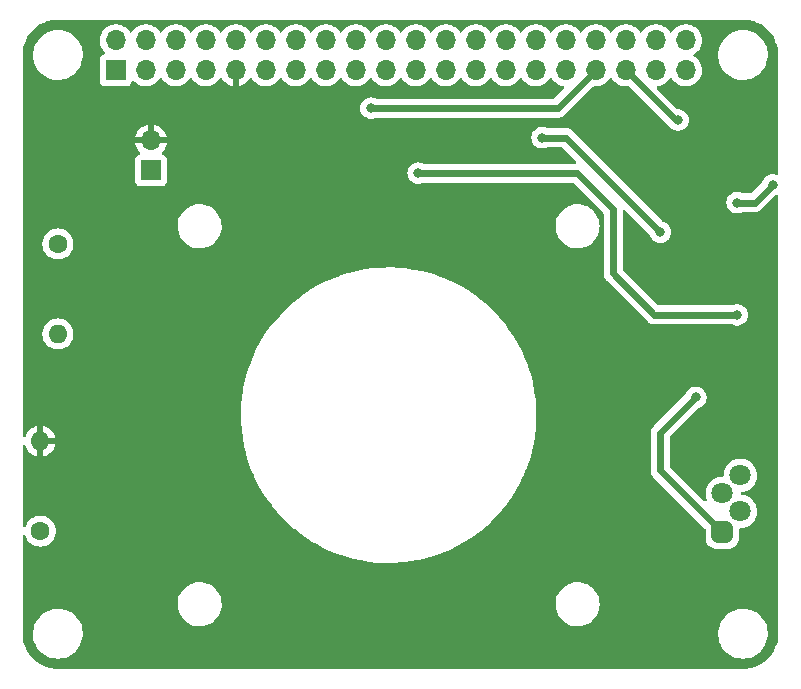
<source format=gbl>
G04 #@! TF.GenerationSoftware,KiCad,Pcbnew,(6.0.9-0)*
G04 #@! TF.CreationDate,2024-08-31T06:56:55+09:00*
G04 #@! TF.ProjectId,LEDHat,4c454448-6174-42e6-9b69-6361645f7063,rev?*
G04 #@! TF.SameCoordinates,Original*
G04 #@! TF.FileFunction,Copper,L2,Bot*
G04 #@! TF.FilePolarity,Positive*
%FSLAX46Y46*%
G04 Gerber Fmt 4.6, Leading zero omitted, Abs format (unit mm)*
G04 Created by KiCad (PCBNEW (6.0.9-0)) date 2024-08-31 06:56:55*
%MOMM*%
%LPD*%
G01*
G04 APERTURE LIST*
G04 Aperture macros list*
%AMRoundRect*
0 Rectangle with rounded corners*
0 $1 Rounding radius*
0 $2 $3 $4 $5 $6 $7 $8 $9 X,Y pos of 4 corners*
0 Add a 4 corners polygon primitive as box body*
4,1,4,$2,$3,$4,$5,$6,$7,$8,$9,$2,$3,0*
0 Add four circle primitives for the rounded corners*
1,1,$1+$1,$2,$3*
1,1,$1+$1,$4,$5*
1,1,$1+$1,$6,$7*
1,1,$1+$1,$8,$9*
0 Add four rect primitives between the rounded corners*
20,1,$1+$1,$2,$3,$4,$5,0*
20,1,$1+$1,$4,$5,$6,$7,0*
20,1,$1+$1,$6,$7,$8,$9,0*
20,1,$1+$1,$8,$9,$2,$3,0*%
G04 Aperture macros list end*
G04 #@! TA.AperFunction,ComponentPad*
%ADD10RoundRect,0.450000X0.450000X-0.450000X0.450000X0.450000X-0.450000X0.450000X-0.450000X-0.450000X0*%
G04 #@! TD*
G04 #@! TA.AperFunction,ComponentPad*
%ADD11C,1.800000*%
G04 #@! TD*
G04 #@! TA.AperFunction,ComponentPad*
%ADD12O,1.700000X1.700000*%
G04 #@! TD*
G04 #@! TA.AperFunction,ComponentPad*
%ADD13R,1.700000X1.700000*%
G04 #@! TD*
G04 #@! TA.AperFunction,ComponentPad*
%ADD14C,1.600000*%
G04 #@! TD*
G04 #@! TA.AperFunction,ComponentPad*
%ADD15O,1.600000X1.600000*%
G04 #@! TD*
G04 #@! TA.AperFunction,ViaPad*
%ADD16C,0.800000*%
G04 #@! TD*
G04 #@! TA.AperFunction,Conductor*
%ADD17C,0.500000*%
G04 #@! TD*
G04 #@! TA.AperFunction,Conductor*
%ADD18C,0.600000*%
G04 #@! TD*
G04 APERTURE END LIST*
D10*
X109740000Y-103910000D03*
D11*
X111264000Y-102132000D03*
X109740000Y-100608000D03*
X111264000Y-99084000D03*
D12*
X61375000Y-70735000D03*
D13*
X61375000Y-73275000D03*
D14*
X52000000Y-103810000D03*
D15*
X52000000Y-96190000D03*
D14*
X53500000Y-79500000D03*
D15*
X53500000Y-87120000D03*
D13*
X58400000Y-64790000D03*
D12*
X58400000Y-62250000D03*
X60940000Y-64790000D03*
X60940000Y-62250000D03*
X63480000Y-64790000D03*
X63480000Y-62250000D03*
X66020000Y-64790000D03*
X66020000Y-62250000D03*
X68560000Y-64790000D03*
X68560000Y-62250000D03*
X71100000Y-64790000D03*
X71100000Y-62250000D03*
X73640000Y-64790000D03*
X73640000Y-62250000D03*
X76180000Y-64790000D03*
X76180000Y-62250000D03*
X78720000Y-64790000D03*
X78720000Y-62250000D03*
X81260000Y-64790000D03*
X81260000Y-62250000D03*
X83800000Y-64790000D03*
X83800000Y-62250000D03*
X86340000Y-64790000D03*
X86340000Y-62250000D03*
X88880000Y-64790000D03*
X88880000Y-62250000D03*
X91420000Y-64790000D03*
X91420000Y-62250000D03*
X93960000Y-64790000D03*
X93960000Y-62250000D03*
X96500000Y-64790000D03*
X96500000Y-62250000D03*
X99040000Y-64790000D03*
X99040000Y-62250000D03*
X101580000Y-64790000D03*
X101580000Y-62250000D03*
X104120000Y-64790000D03*
X104120000Y-62250000D03*
X106660000Y-64790000D03*
X106660000Y-62250000D03*
D16*
X92500000Y-75500000D03*
X56000000Y-67000000D03*
X71000000Y-76000000D03*
X110000000Y-68000000D03*
X106000000Y-69000000D03*
X84000000Y-73500000D03*
X107500000Y-92500000D03*
X61000000Y-79000000D03*
X100500000Y-68000000D03*
X73000000Y-71500000D03*
X58500000Y-92500000D03*
X60000000Y-103000000D03*
X56500000Y-95500000D03*
X81000000Y-112000000D03*
X70000000Y-109000000D03*
X70000000Y-112000000D03*
X99500000Y-104500000D03*
X56500000Y-82500000D03*
X102000000Y-97500000D03*
X60000000Y-83500000D03*
X106500000Y-97500000D03*
X57500000Y-103000000D03*
X59500000Y-106500000D03*
X78500000Y-71000000D03*
X92500000Y-111500000D03*
X89500000Y-70000000D03*
X100500000Y-89000000D03*
X56000000Y-92500000D03*
X94500000Y-70500000D03*
X104500000Y-78500000D03*
X80000000Y-68000000D03*
X114000000Y-74500000D03*
X111000000Y-85500000D03*
X111000000Y-76000000D03*
D17*
X105790000Y-69000000D02*
X101580000Y-64790000D01*
X106000000Y-69000000D02*
X105790000Y-69000000D01*
D18*
X84000000Y-73500000D02*
X97450000Y-73500000D01*
X97450000Y-73500000D02*
X100500000Y-76550000D01*
X104500000Y-95500000D02*
X104500000Y-98670000D01*
X104500000Y-98670000D02*
X109740000Y-103910000D01*
X107500000Y-92500000D02*
X104500000Y-95500000D01*
X96500000Y-70500000D02*
X94500000Y-70500000D01*
X104500000Y-78500000D02*
X96500000Y-70500000D01*
X95830000Y-68000000D02*
X80000000Y-68000000D01*
X99040000Y-64790000D02*
X95830000Y-68000000D01*
X112500000Y-76000000D02*
X114000000Y-74500000D01*
X100500000Y-76550000D02*
X100500000Y-82000000D01*
X104000000Y-85500000D02*
X111000000Y-85500000D01*
X100500000Y-82000000D02*
X104000000Y-85500000D01*
X111000000Y-76000000D02*
X112500000Y-76000000D01*
G04 #@! TA.AperFunction,Conductor*
G36*
X111470018Y-60510000D02*
G01*
X111484851Y-60512310D01*
X111484855Y-60512310D01*
X111493724Y-60513691D01*
X111512436Y-60511244D01*
X111535366Y-60510353D01*
X111806103Y-60524542D01*
X111819209Y-60525919D01*
X112034134Y-60559960D01*
X112115445Y-60572838D01*
X112128345Y-60575580D01*
X112273196Y-60614392D01*
X112418052Y-60653207D01*
X112430586Y-60657279D01*
X112710587Y-60764762D01*
X112722635Y-60770126D01*
X112989870Y-60906289D01*
X113001286Y-60912880D01*
X113252832Y-61076236D01*
X113263492Y-61083982D01*
X113301300Y-61114598D01*
X113496573Y-61272727D01*
X113506374Y-61281552D01*
X113718448Y-61493626D01*
X113727273Y-61503427D01*
X113887916Y-61701804D01*
X113916016Y-61736505D01*
X113923764Y-61747168D01*
X114084429Y-61994570D01*
X114087117Y-61998709D01*
X114093711Y-62010130D01*
X114229874Y-62277365D01*
X114235237Y-62289412D01*
X114330689Y-62538069D01*
X114342719Y-62569409D01*
X114346793Y-62581948D01*
X114367075Y-62657639D01*
X114424420Y-62871655D01*
X114427162Y-62884555D01*
X114474080Y-63180785D01*
X114475458Y-63193902D01*
X114489262Y-63457299D01*
X114487935Y-63483276D01*
X114487691Y-63484846D01*
X114487691Y-63484850D01*
X114486309Y-63493724D01*
X114487473Y-63502626D01*
X114487473Y-63502628D01*
X114490436Y-63525283D01*
X114491500Y-63541621D01*
X114491500Y-73530330D01*
X114471498Y-73598451D01*
X114417842Y-73644944D01*
X114347568Y-73655048D01*
X114314252Y-73645437D01*
X114282288Y-73631206D01*
X114188888Y-73611353D01*
X114101944Y-73592872D01*
X114101939Y-73592872D01*
X114095487Y-73591500D01*
X113904513Y-73591500D01*
X113898061Y-73592872D01*
X113898056Y-73592872D01*
X113811112Y-73611353D01*
X113717712Y-73631206D01*
X113711682Y-73633891D01*
X113711681Y-73633891D01*
X113549278Y-73706197D01*
X113549276Y-73706198D01*
X113543248Y-73708882D01*
X113388747Y-73821134D01*
X113260960Y-73963056D01*
X113165473Y-74128444D01*
X113163431Y-74134729D01*
X113144647Y-74192540D01*
X113113909Y-74242700D01*
X112202012Y-75154596D01*
X112139700Y-75188621D01*
X112112917Y-75191500D01*
X111444494Y-75191500D01*
X111393245Y-75180607D01*
X111288319Y-75133891D01*
X111288318Y-75133891D01*
X111282288Y-75131206D01*
X111188888Y-75111353D01*
X111101944Y-75092872D01*
X111101939Y-75092872D01*
X111095487Y-75091500D01*
X110904513Y-75091500D01*
X110898061Y-75092872D01*
X110898056Y-75092872D01*
X110811112Y-75111353D01*
X110717712Y-75131206D01*
X110711682Y-75133891D01*
X110711681Y-75133891D01*
X110549278Y-75206197D01*
X110549276Y-75206198D01*
X110543248Y-75208882D01*
X110388747Y-75321134D01*
X110384326Y-75326044D01*
X110384325Y-75326045D01*
X110343965Y-75370870D01*
X110260960Y-75463056D01*
X110165473Y-75628444D01*
X110106458Y-75810072D01*
X110086496Y-76000000D01*
X110106458Y-76189928D01*
X110165473Y-76371556D01*
X110260960Y-76536944D01*
X110265378Y-76541851D01*
X110265379Y-76541852D01*
X110375345Y-76663982D01*
X110388747Y-76678866D01*
X110469377Y-76737447D01*
X110517773Y-76772609D01*
X110543248Y-76791118D01*
X110549276Y-76793802D01*
X110549278Y-76793803D01*
X110670978Y-76847987D01*
X110717712Y-76868794D01*
X110793447Y-76884892D01*
X110898056Y-76907128D01*
X110898061Y-76907128D01*
X110904513Y-76908500D01*
X111095487Y-76908500D01*
X111101939Y-76907128D01*
X111101944Y-76907128D01*
X111206553Y-76884892D01*
X111282288Y-76868794D01*
X111329022Y-76847987D01*
X111393245Y-76819393D01*
X111444494Y-76808500D01*
X112490786Y-76808500D01*
X112492106Y-76808507D01*
X112582221Y-76809451D01*
X112624597Y-76800289D01*
X112637163Y-76798231D01*
X112680255Y-76793397D01*
X112686906Y-76791081D01*
X112686910Y-76791080D01*
X112711930Y-76782367D01*
X112726742Y-76778204D01*
X112752619Y-76772609D01*
X112759510Y-76771119D01*
X112798813Y-76752792D01*
X112810589Y-76748010D01*
X112851552Y-76733745D01*
X112857527Y-76730011D01*
X112857530Y-76730010D01*
X112879995Y-76715973D01*
X112893512Y-76708634D01*
X112917514Y-76697441D01*
X112917515Y-76697440D01*
X112923902Y-76694462D01*
X112958153Y-76667894D01*
X112968612Y-76660598D01*
X112999404Y-76641358D01*
X112999407Y-76641356D01*
X113005376Y-76637626D01*
X113034179Y-76609024D01*
X113034804Y-76608439D01*
X113035470Y-76607922D01*
X113061460Y-76581932D01*
X113134082Y-76509815D01*
X113134740Y-76508778D01*
X113135843Y-76507549D01*
X114251912Y-75391480D01*
X114289758Y-75365468D01*
X114314252Y-75354563D01*
X114384618Y-75345129D01*
X114448915Y-75375235D01*
X114486729Y-75435324D01*
X114491500Y-75469670D01*
X114491500Y-112450633D01*
X114490000Y-112470018D01*
X114487690Y-112484851D01*
X114487690Y-112484855D01*
X114486309Y-112493724D01*
X114488135Y-112507683D01*
X114488756Y-112512433D01*
X114489647Y-112535366D01*
X114483166Y-112659036D01*
X114475458Y-112806099D01*
X114474080Y-112819215D01*
X114427162Y-113115445D01*
X114424420Y-113128345D01*
X114346795Y-113418047D01*
X114342721Y-113430586D01*
X114325592Y-113475208D01*
X114235238Y-113710587D01*
X114229874Y-113722635D01*
X114093711Y-113989870D01*
X114087120Y-114001286D01*
X113923764Y-114252832D01*
X113916018Y-114263492D01*
X113882173Y-114305287D01*
X113727273Y-114496573D01*
X113718448Y-114506374D01*
X113506374Y-114718448D01*
X113496573Y-114727273D01*
X113263495Y-114916016D01*
X113252832Y-114923764D01*
X113001286Y-115087120D01*
X112989870Y-115093711D01*
X112722635Y-115229874D01*
X112710588Y-115235237D01*
X112430586Y-115342721D01*
X112418052Y-115346793D01*
X112273196Y-115385608D01*
X112128345Y-115424420D01*
X112115445Y-115427162D01*
X112034134Y-115440040D01*
X111819209Y-115474081D01*
X111806101Y-115475458D01*
X111730937Y-115479397D01*
X111542701Y-115489262D01*
X111516724Y-115487935D01*
X111515154Y-115487691D01*
X111515150Y-115487691D01*
X111506276Y-115486309D01*
X111497374Y-115487473D01*
X111497372Y-115487473D01*
X111482323Y-115489441D01*
X111474714Y-115490436D01*
X111458379Y-115491500D01*
X53549367Y-115491500D01*
X53529982Y-115490000D01*
X53515149Y-115487690D01*
X53515145Y-115487690D01*
X53506276Y-115486309D01*
X53487564Y-115488756D01*
X53464634Y-115489647D01*
X53193897Y-115475458D01*
X53180791Y-115474081D01*
X52965866Y-115440040D01*
X52884555Y-115427162D01*
X52871655Y-115424420D01*
X52726804Y-115385608D01*
X52581948Y-115346793D01*
X52569414Y-115342721D01*
X52289412Y-115235237D01*
X52277365Y-115229874D01*
X52010130Y-115093711D01*
X51998714Y-115087120D01*
X51747168Y-114923764D01*
X51736505Y-114916016D01*
X51503427Y-114727273D01*
X51493626Y-114718448D01*
X51281552Y-114506374D01*
X51272727Y-114496573D01*
X51117827Y-114305287D01*
X51083982Y-114263492D01*
X51076236Y-114252832D01*
X50912880Y-114001286D01*
X50906289Y-113989870D01*
X50770126Y-113722635D01*
X50764762Y-113710587D01*
X50674408Y-113475208D01*
X50657279Y-113430586D01*
X50653205Y-113418047D01*
X50575580Y-113128345D01*
X50572838Y-113115445D01*
X50525920Y-112819215D01*
X50524542Y-112806098D01*
X50515455Y-112632703D01*
X51390743Y-112632703D01*
X51428268Y-112917734D01*
X51504129Y-113195036D01*
X51616923Y-113459476D01*
X51764561Y-113706161D01*
X51944313Y-113930528D01*
X52152851Y-114128423D01*
X52386317Y-114296186D01*
X52390112Y-114298195D01*
X52390113Y-114298196D01*
X52411869Y-114309715D01*
X52640392Y-114430712D01*
X52910373Y-114529511D01*
X53191264Y-114590755D01*
X53219841Y-114593004D01*
X53414282Y-114608307D01*
X53414291Y-114608307D01*
X53416739Y-114608500D01*
X53572271Y-114608500D01*
X53574407Y-114608354D01*
X53574418Y-114608354D01*
X53782548Y-114594165D01*
X53782554Y-114594164D01*
X53786825Y-114593873D01*
X53791020Y-114593004D01*
X53791022Y-114593004D01*
X53927583Y-114564724D01*
X54068342Y-114535574D01*
X54339343Y-114439607D01*
X54594812Y-114307750D01*
X54598313Y-114305289D01*
X54598317Y-114305287D01*
X54712417Y-114225096D01*
X54830023Y-114142441D01*
X55040622Y-113946740D01*
X55222713Y-113724268D01*
X55372927Y-113479142D01*
X55488483Y-113215898D01*
X55567244Y-112939406D01*
X55607751Y-112654784D01*
X55607845Y-112636951D01*
X55607867Y-112632703D01*
X109390743Y-112632703D01*
X109428268Y-112917734D01*
X109504129Y-113195036D01*
X109616923Y-113459476D01*
X109764561Y-113706161D01*
X109944313Y-113930528D01*
X110152851Y-114128423D01*
X110386317Y-114296186D01*
X110390112Y-114298195D01*
X110390113Y-114298196D01*
X110411869Y-114309715D01*
X110640392Y-114430712D01*
X110910373Y-114529511D01*
X111191264Y-114590755D01*
X111219841Y-114593004D01*
X111414282Y-114608307D01*
X111414291Y-114608307D01*
X111416739Y-114608500D01*
X111572271Y-114608500D01*
X111574407Y-114608354D01*
X111574418Y-114608354D01*
X111782548Y-114594165D01*
X111782554Y-114594164D01*
X111786825Y-114593873D01*
X111791020Y-114593004D01*
X111791022Y-114593004D01*
X111927583Y-114564724D01*
X112068342Y-114535574D01*
X112339343Y-114439607D01*
X112594812Y-114307750D01*
X112598313Y-114305289D01*
X112598317Y-114305287D01*
X112712417Y-114225096D01*
X112830023Y-114142441D01*
X113040622Y-113946740D01*
X113222713Y-113724268D01*
X113372927Y-113479142D01*
X113488483Y-113215898D01*
X113567244Y-112939406D01*
X113607751Y-112654784D01*
X113607845Y-112636951D01*
X113609235Y-112371583D01*
X113609235Y-112371576D01*
X113609257Y-112367297D01*
X113571732Y-112082266D01*
X113495871Y-111804964D01*
X113411006Y-111606001D01*
X113384763Y-111544476D01*
X113384761Y-111544472D01*
X113383077Y-111540524D01*
X113235439Y-111293839D01*
X113055687Y-111069472D01*
X112847149Y-110871577D01*
X112613683Y-110703814D01*
X112591843Y-110692250D01*
X112568654Y-110679972D01*
X112359608Y-110569288D01*
X112159429Y-110496033D01*
X112093658Y-110471964D01*
X112093656Y-110471963D01*
X112089627Y-110470489D01*
X111808736Y-110409245D01*
X111777685Y-110406801D01*
X111585718Y-110391693D01*
X111585709Y-110391693D01*
X111583261Y-110391500D01*
X111427729Y-110391500D01*
X111425593Y-110391646D01*
X111425582Y-110391646D01*
X111217452Y-110405835D01*
X111217446Y-110405836D01*
X111213175Y-110406127D01*
X111208980Y-110406996D01*
X111208978Y-110406996D01*
X111072417Y-110435276D01*
X110931658Y-110464426D01*
X110660657Y-110560393D01*
X110405188Y-110692250D01*
X110401687Y-110694711D01*
X110401683Y-110694713D01*
X110287582Y-110774905D01*
X110169977Y-110857559D01*
X109959378Y-111053260D01*
X109777287Y-111275732D01*
X109627073Y-111520858D01*
X109511517Y-111784102D01*
X109432756Y-112060594D01*
X109392249Y-112345216D01*
X109392227Y-112349505D01*
X109392226Y-112349512D01*
X109391195Y-112546410D01*
X109390743Y-112632703D01*
X55607867Y-112632703D01*
X55609235Y-112371583D01*
X55609235Y-112371576D01*
X55609257Y-112367297D01*
X55571732Y-112082266D01*
X55495871Y-111804964D01*
X55411006Y-111606001D01*
X55384763Y-111544476D01*
X55384761Y-111544472D01*
X55383077Y-111540524D01*
X55235439Y-111293839D01*
X55055687Y-111069472D01*
X54847149Y-110871577D01*
X54613683Y-110703814D01*
X54591843Y-110692250D01*
X54568654Y-110679972D01*
X54359608Y-110569288D01*
X54159429Y-110496033D01*
X54093658Y-110471964D01*
X54093656Y-110471963D01*
X54089627Y-110470489D01*
X53808736Y-110409245D01*
X53777685Y-110406801D01*
X53585718Y-110391693D01*
X53585709Y-110391693D01*
X53583261Y-110391500D01*
X53427729Y-110391500D01*
X53425593Y-110391646D01*
X53425582Y-110391646D01*
X53217452Y-110405835D01*
X53217446Y-110405836D01*
X53213175Y-110406127D01*
X53208980Y-110406996D01*
X53208978Y-110406996D01*
X53072417Y-110435276D01*
X52931658Y-110464426D01*
X52660657Y-110560393D01*
X52405188Y-110692250D01*
X52401687Y-110694711D01*
X52401683Y-110694713D01*
X52287582Y-110774905D01*
X52169977Y-110857559D01*
X51959378Y-111053260D01*
X51777287Y-111275732D01*
X51627073Y-111520858D01*
X51511517Y-111784102D01*
X51432756Y-112060594D01*
X51392249Y-112345216D01*
X51392227Y-112349505D01*
X51392226Y-112349512D01*
X51391195Y-112546410D01*
X51390743Y-112632703D01*
X50515455Y-112632703D01*
X50510932Y-112546410D01*
X50512505Y-112518915D01*
X50513576Y-112512552D01*
X50513729Y-112500000D01*
X50509773Y-112472376D01*
X50508500Y-112454514D01*
X50508500Y-110042277D01*
X63637009Y-110042277D01*
X63662625Y-110310769D01*
X63663710Y-110315203D01*
X63663711Y-110315209D01*
X63723357Y-110558962D01*
X63726731Y-110572750D01*
X63827985Y-110822733D01*
X63964265Y-111055482D01*
X63975453Y-111069472D01*
X64084686Y-111206060D01*
X64132716Y-111266119D01*
X64329809Y-111450234D01*
X64551416Y-111603968D01*
X64555499Y-111605999D01*
X64555502Y-111606001D01*
X64671013Y-111663466D01*
X64792894Y-111724101D01*
X64797228Y-111725522D01*
X64797231Y-111725523D01*
X65044853Y-111806698D01*
X65044859Y-111806699D01*
X65049186Y-111808118D01*
X65053677Y-111808898D01*
X65053678Y-111808898D01*
X65311140Y-111853601D01*
X65311148Y-111853602D01*
X65314921Y-111854257D01*
X65318758Y-111854448D01*
X65398578Y-111858422D01*
X65398586Y-111858422D01*
X65400149Y-111858500D01*
X65568512Y-111858500D01*
X65570780Y-111858335D01*
X65570792Y-111858335D01*
X65701884Y-111848823D01*
X65769004Y-111843953D01*
X65773459Y-111842969D01*
X65773462Y-111842969D01*
X66027912Y-111786791D01*
X66027916Y-111786790D01*
X66032372Y-111785806D01*
X66158480Y-111738028D01*
X66280318Y-111691868D01*
X66280321Y-111691867D01*
X66284588Y-111690250D01*
X66520368Y-111559286D01*
X66734773Y-111395657D01*
X66923312Y-111202792D01*
X67082034Y-110984730D01*
X67140014Y-110874527D01*
X67205490Y-110750079D01*
X67205493Y-110750073D01*
X67207615Y-110746039D01*
X67222527Y-110703814D01*
X67295902Y-110496033D01*
X67295902Y-110496032D01*
X67297425Y-110491720D01*
X67349581Y-110227100D01*
X67358782Y-110042277D01*
X95637009Y-110042277D01*
X95662625Y-110310769D01*
X95663710Y-110315203D01*
X95663711Y-110315209D01*
X95723357Y-110558962D01*
X95726731Y-110572750D01*
X95827985Y-110822733D01*
X95964265Y-111055482D01*
X95975453Y-111069472D01*
X96084686Y-111206060D01*
X96132716Y-111266119D01*
X96329809Y-111450234D01*
X96551416Y-111603968D01*
X96555499Y-111605999D01*
X96555502Y-111606001D01*
X96671013Y-111663466D01*
X96792894Y-111724101D01*
X96797228Y-111725522D01*
X96797231Y-111725523D01*
X97044853Y-111806698D01*
X97044859Y-111806699D01*
X97049186Y-111808118D01*
X97053677Y-111808898D01*
X97053678Y-111808898D01*
X97311140Y-111853601D01*
X97311148Y-111853602D01*
X97314921Y-111854257D01*
X97318758Y-111854448D01*
X97398578Y-111858422D01*
X97398586Y-111858422D01*
X97400149Y-111858500D01*
X97568512Y-111858500D01*
X97570780Y-111858335D01*
X97570792Y-111858335D01*
X97701884Y-111848823D01*
X97769004Y-111843953D01*
X97773459Y-111842969D01*
X97773462Y-111842969D01*
X98027912Y-111786791D01*
X98027916Y-111786790D01*
X98032372Y-111785806D01*
X98158480Y-111738028D01*
X98280318Y-111691868D01*
X98280321Y-111691867D01*
X98284588Y-111690250D01*
X98520368Y-111559286D01*
X98734773Y-111395657D01*
X98923312Y-111202792D01*
X99082034Y-110984730D01*
X99140014Y-110874527D01*
X99205490Y-110750079D01*
X99205493Y-110750073D01*
X99207615Y-110746039D01*
X99222527Y-110703814D01*
X99295902Y-110496033D01*
X99295902Y-110496032D01*
X99297425Y-110491720D01*
X99349581Y-110227100D01*
X99358782Y-110042277D01*
X99362764Y-109962292D01*
X99362764Y-109962286D01*
X99362991Y-109957723D01*
X99337375Y-109689231D01*
X99292042Y-109503967D01*
X99274355Y-109431688D01*
X99273269Y-109427250D01*
X99172015Y-109177267D01*
X99035735Y-108944518D01*
X98917928Y-108797208D01*
X98870136Y-108737447D01*
X98870135Y-108737445D01*
X98867284Y-108733881D01*
X98670191Y-108549766D01*
X98448584Y-108396032D01*
X98444501Y-108394001D01*
X98444498Y-108393999D01*
X98279606Y-108311967D01*
X98207106Y-108275899D01*
X98202772Y-108274478D01*
X98202769Y-108274477D01*
X97955147Y-108193302D01*
X97955141Y-108193301D01*
X97950814Y-108191882D01*
X97946322Y-108191102D01*
X97688860Y-108146399D01*
X97688852Y-108146398D01*
X97685079Y-108145743D01*
X97673817Y-108145182D01*
X97601422Y-108141578D01*
X97601414Y-108141578D01*
X97599851Y-108141500D01*
X97431488Y-108141500D01*
X97429220Y-108141665D01*
X97429208Y-108141665D01*
X97298116Y-108151177D01*
X97230996Y-108156047D01*
X97226541Y-108157031D01*
X97226538Y-108157031D01*
X96972088Y-108213209D01*
X96972084Y-108213210D01*
X96967628Y-108214194D01*
X96841520Y-108261972D01*
X96719682Y-108308132D01*
X96719679Y-108308133D01*
X96715412Y-108309750D01*
X96479632Y-108440714D01*
X96265227Y-108604343D01*
X96076688Y-108797208D01*
X95917966Y-109015270D01*
X95915844Y-109019304D01*
X95794510Y-109249921D01*
X95794507Y-109249927D01*
X95792385Y-109253961D01*
X95790865Y-109258266D01*
X95790863Y-109258270D01*
X95704098Y-109503967D01*
X95702575Y-109508280D01*
X95650419Y-109772900D01*
X95650192Y-109777453D01*
X95650192Y-109777456D01*
X95640991Y-109962292D01*
X95637009Y-110042277D01*
X67358782Y-110042277D01*
X67362764Y-109962292D01*
X67362764Y-109962286D01*
X67362991Y-109957723D01*
X67337375Y-109689231D01*
X67292042Y-109503967D01*
X67274355Y-109431688D01*
X67273269Y-109427250D01*
X67172015Y-109177267D01*
X67035735Y-108944518D01*
X66917928Y-108797208D01*
X66870136Y-108737447D01*
X66870135Y-108737445D01*
X66867284Y-108733881D01*
X66670191Y-108549766D01*
X66448584Y-108396032D01*
X66444501Y-108394001D01*
X66444498Y-108393999D01*
X66279606Y-108311967D01*
X66207106Y-108275899D01*
X66202772Y-108274478D01*
X66202769Y-108274477D01*
X65955147Y-108193302D01*
X65955141Y-108193301D01*
X65950814Y-108191882D01*
X65946322Y-108191102D01*
X65688860Y-108146399D01*
X65688852Y-108146398D01*
X65685079Y-108145743D01*
X65673817Y-108145182D01*
X65601422Y-108141578D01*
X65601414Y-108141578D01*
X65599851Y-108141500D01*
X65431488Y-108141500D01*
X65429220Y-108141665D01*
X65429208Y-108141665D01*
X65298116Y-108151177D01*
X65230996Y-108156047D01*
X65226541Y-108157031D01*
X65226538Y-108157031D01*
X64972088Y-108213209D01*
X64972084Y-108213210D01*
X64967628Y-108214194D01*
X64841520Y-108261972D01*
X64719682Y-108308132D01*
X64719679Y-108308133D01*
X64715412Y-108309750D01*
X64479632Y-108440714D01*
X64265227Y-108604343D01*
X64076688Y-108797208D01*
X63917966Y-109015270D01*
X63915844Y-109019304D01*
X63794510Y-109249921D01*
X63794507Y-109249927D01*
X63792385Y-109253961D01*
X63790865Y-109258266D01*
X63790863Y-109258270D01*
X63704098Y-109503967D01*
X63702575Y-109508280D01*
X63650419Y-109772900D01*
X63650192Y-109777453D01*
X63650192Y-109777456D01*
X63640991Y-109962292D01*
X63637009Y-110042277D01*
X50508500Y-110042277D01*
X50508500Y-104256366D01*
X50528502Y-104188245D01*
X50582158Y-104141752D01*
X50652432Y-104131648D01*
X50717012Y-104161142D01*
X50756207Y-104223755D01*
X50765716Y-104259243D01*
X50768039Y-104264224D01*
X50768039Y-104264225D01*
X50860151Y-104461762D01*
X50860154Y-104461767D01*
X50862477Y-104466749D01*
X50907194Y-104530611D01*
X50967518Y-104616762D01*
X50993802Y-104654300D01*
X51155700Y-104816198D01*
X51160208Y-104819355D01*
X51160211Y-104819357D01*
X51207260Y-104852301D01*
X51343251Y-104947523D01*
X51348233Y-104949846D01*
X51348238Y-104949849D01*
X51545775Y-105041961D01*
X51550757Y-105044284D01*
X51556065Y-105045706D01*
X51556067Y-105045707D01*
X51766598Y-105102119D01*
X51766600Y-105102119D01*
X51771913Y-105103543D01*
X52000000Y-105123498D01*
X52228087Y-105103543D01*
X52233400Y-105102119D01*
X52233402Y-105102119D01*
X52443933Y-105045707D01*
X52443935Y-105045706D01*
X52449243Y-105044284D01*
X52454225Y-105041961D01*
X52651762Y-104949849D01*
X52651767Y-104949846D01*
X52656749Y-104947523D01*
X52792740Y-104852301D01*
X52839789Y-104819357D01*
X52839792Y-104819355D01*
X52844300Y-104816198D01*
X53006198Y-104654300D01*
X53032483Y-104616762D01*
X53092806Y-104530611D01*
X53137523Y-104466749D01*
X53139846Y-104461767D01*
X53139849Y-104461762D01*
X53231961Y-104264225D01*
X53231961Y-104264224D01*
X53234284Y-104259243D01*
X53284463Y-104071976D01*
X53292119Y-104043402D01*
X53292119Y-104043400D01*
X53293543Y-104038087D01*
X53313498Y-103810000D01*
X53293543Y-103581913D01*
X53290757Y-103571514D01*
X53235707Y-103366067D01*
X53235706Y-103366065D01*
X53234284Y-103360757D01*
X53154462Y-103189576D01*
X53139849Y-103158238D01*
X53139846Y-103158233D01*
X53137523Y-103153251D01*
X53006198Y-102965700D01*
X52844300Y-102803802D01*
X52839792Y-102800645D01*
X52839789Y-102800643D01*
X52685420Y-102692553D01*
X52656749Y-102672477D01*
X52651767Y-102670154D01*
X52651762Y-102670151D01*
X52454225Y-102578039D01*
X52454224Y-102578039D01*
X52449243Y-102575716D01*
X52443935Y-102574294D01*
X52443933Y-102574293D01*
X52233402Y-102517881D01*
X52233400Y-102517881D01*
X52228087Y-102516457D01*
X52000000Y-102496502D01*
X51771913Y-102516457D01*
X51766600Y-102517881D01*
X51766598Y-102517881D01*
X51556067Y-102574293D01*
X51556065Y-102574294D01*
X51550757Y-102575716D01*
X51545776Y-102578039D01*
X51545775Y-102578039D01*
X51348238Y-102670151D01*
X51348233Y-102670154D01*
X51343251Y-102672477D01*
X51314580Y-102692553D01*
X51160211Y-102800643D01*
X51160208Y-102800645D01*
X51155700Y-102803802D01*
X50993802Y-102965700D01*
X50862477Y-103153251D01*
X50860154Y-103158233D01*
X50860151Y-103158238D01*
X50845538Y-103189576D01*
X50765716Y-103360757D01*
X50764294Y-103366065D01*
X50764293Y-103366067D01*
X50756207Y-103396245D01*
X50719255Y-103456868D01*
X50655395Y-103487889D01*
X50584900Y-103479461D01*
X50530153Y-103434258D01*
X50508500Y-103363634D01*
X50508500Y-96634436D01*
X50528502Y-96566315D01*
X50582158Y-96519822D01*
X50652432Y-96509718D01*
X50717012Y-96539212D01*
X50756207Y-96601825D01*
X50764764Y-96633761D01*
X50768510Y-96644053D01*
X50860586Y-96841511D01*
X50866069Y-96851007D01*
X50991028Y-97029467D01*
X50998084Y-97037875D01*
X51152125Y-97191916D01*
X51160533Y-97198972D01*
X51338993Y-97323931D01*
X51348489Y-97329414D01*
X51545947Y-97421490D01*
X51556239Y-97425236D01*
X51728503Y-97471394D01*
X51742599Y-97471058D01*
X51746000Y-97463116D01*
X51746000Y-97457967D01*
X52254000Y-97457967D01*
X52257973Y-97471498D01*
X52266522Y-97472727D01*
X52443761Y-97425236D01*
X52454053Y-97421490D01*
X52651511Y-97329414D01*
X52661007Y-97323931D01*
X52839467Y-97198972D01*
X52847875Y-97191916D01*
X53001916Y-97037875D01*
X53008972Y-97029467D01*
X53133931Y-96851007D01*
X53139414Y-96841511D01*
X53231490Y-96644053D01*
X53235236Y-96633761D01*
X53281394Y-96461497D01*
X53281058Y-96447401D01*
X53273116Y-96444000D01*
X52272115Y-96444000D01*
X52256876Y-96448475D01*
X52255671Y-96449865D01*
X52254000Y-96457548D01*
X52254000Y-97457967D01*
X51746000Y-97457967D01*
X51746000Y-95917885D01*
X52254000Y-95917885D01*
X52258475Y-95933124D01*
X52259865Y-95934329D01*
X52267548Y-95936000D01*
X53267967Y-95936000D01*
X53281498Y-95932027D01*
X53282727Y-95923478D01*
X53235236Y-95746239D01*
X53231490Y-95735947D01*
X53139414Y-95538489D01*
X53133931Y-95528993D01*
X53008972Y-95350533D01*
X53001916Y-95342125D01*
X52847875Y-95188084D01*
X52839467Y-95181028D01*
X52661007Y-95056069D01*
X52651511Y-95050586D01*
X52454053Y-94958510D01*
X52443761Y-94954764D01*
X52271497Y-94908606D01*
X52257401Y-94908942D01*
X52254000Y-94916884D01*
X52254000Y-95917885D01*
X51746000Y-95917885D01*
X51746000Y-94922033D01*
X51742027Y-94908502D01*
X51733478Y-94907273D01*
X51556239Y-94954764D01*
X51545947Y-94958510D01*
X51348489Y-95050586D01*
X51338993Y-95056069D01*
X51160533Y-95181028D01*
X51152125Y-95188084D01*
X50998084Y-95342125D01*
X50991028Y-95350533D01*
X50866069Y-95528993D01*
X50860586Y-95538489D01*
X50768510Y-95735947D01*
X50764764Y-95746239D01*
X50756207Y-95778175D01*
X50719255Y-95838798D01*
X50655395Y-95869819D01*
X50584900Y-95861391D01*
X50530153Y-95816188D01*
X50508500Y-95745564D01*
X50508500Y-93825285D01*
X68987798Y-93825285D01*
X68994438Y-94300812D01*
X68997554Y-94524008D01*
X69046300Y-95221096D01*
X69133881Y-95914376D01*
X69134200Y-95916112D01*
X69134201Y-95916121D01*
X69248560Y-96539212D01*
X69260026Y-96601687D01*
X69260441Y-96603403D01*
X69260442Y-96603407D01*
X69383058Y-97110239D01*
X69424341Y-97280884D01*
X69424845Y-97282554D01*
X69424849Y-97282568D01*
X69625805Y-97948166D01*
X69625811Y-97948184D01*
X69626314Y-97949850D01*
X69865314Y-98606498D01*
X69865998Y-98608095D01*
X69866004Y-98608109D01*
X70062209Y-99065889D01*
X70140597Y-99248781D01*
X70451304Y-99874696D01*
X70796466Y-100482291D01*
X71175007Y-101069671D01*
X71585745Y-101635004D01*
X71586851Y-101636360D01*
X71586854Y-101636364D01*
X71619615Y-101676533D01*
X72027401Y-102176528D01*
X72028582Y-102177821D01*
X72028586Y-102177826D01*
X72466062Y-102656922D01*
X72498598Y-102692553D01*
X72499855Y-102693784D01*
X72499857Y-102693786D01*
X72876935Y-103063048D01*
X72997864Y-103181471D01*
X72999188Y-103182630D01*
X72999189Y-103182631D01*
X73522318Y-103640596D01*
X73522332Y-103640608D01*
X73523645Y-103641757D01*
X73525038Y-103642845D01*
X73525040Y-103642847D01*
X73557222Y-103667990D01*
X74074299Y-104071976D01*
X74648110Y-104470785D01*
X75039638Y-104711654D01*
X75214707Y-104819357D01*
X75243289Y-104836941D01*
X75244839Y-104837779D01*
X75856443Y-105168473D01*
X75856457Y-105168480D01*
X75857979Y-105169303D01*
X75859560Y-105170047D01*
X75859570Y-105170052D01*
X75954552Y-105214747D01*
X76490264Y-105466834D01*
X76491896Y-105467493D01*
X76491902Y-105467496D01*
X76549755Y-105490870D01*
X77138171Y-105728605D01*
X77139845Y-105729175D01*
X77139848Y-105729176D01*
X77797999Y-105953229D01*
X77798007Y-105953232D01*
X77799680Y-105953801D01*
X77801387Y-105954278D01*
X77801398Y-105954281D01*
X78471020Y-106141243D01*
X78471025Y-106141244D01*
X78472729Y-106141720D01*
X79155219Y-106291775D01*
X79845020Y-106403498D01*
X80539982Y-106476542D01*
X81009275Y-106499494D01*
X81236176Y-106510592D01*
X81236184Y-106510592D01*
X81237939Y-106510678D01*
X81239697Y-106510666D01*
X81239710Y-106510666D01*
X81624035Y-106507982D01*
X81936712Y-106505799D01*
X81938474Y-106505688D01*
X81938478Y-106505688D01*
X82632344Y-106462034D01*
X82634124Y-106461922D01*
X82939875Y-106425463D01*
X83326267Y-106379389D01*
X83326283Y-106379387D01*
X83327999Y-106379182D01*
X83329714Y-106378880D01*
X83329718Y-106378879D01*
X84014428Y-106258146D01*
X84014439Y-106258144D01*
X84016173Y-106257838D01*
X84509635Y-106142098D01*
X84694780Y-106098673D01*
X84694792Y-106098670D01*
X84696501Y-106098269D01*
X85366860Y-105900972D01*
X86025161Y-105666561D01*
X86669350Y-105395769D01*
X87297419Y-105089439D01*
X87298960Y-105088578D01*
X87298971Y-105088572D01*
X87749211Y-104836941D01*
X87907408Y-104748528D01*
X87908905Y-104747578D01*
X87908915Y-104747572D01*
X88495920Y-104375047D01*
X88495919Y-104375047D01*
X88497417Y-104374097D01*
X89065604Y-103967315D01*
X89276654Y-103797626D01*
X89608838Y-103530544D01*
X89608849Y-103530534D01*
X89610198Y-103529450D01*
X89797550Y-103360757D01*
X90128190Y-103063048D01*
X90128199Y-103063039D01*
X90129500Y-103061868D01*
X90621892Y-102566027D01*
X91085837Y-102043473D01*
X91519890Y-101495835D01*
X91922695Y-100924822D01*
X92209123Y-100466442D01*
X92292067Y-100333704D01*
X92292068Y-100333703D01*
X92292998Y-100332214D01*
X92629642Y-99719859D01*
X92828429Y-99304959D01*
X92930826Y-99091242D01*
X92930834Y-99091224D01*
X92931580Y-99089667D01*
X92932468Y-99087514D01*
X93070665Y-98752221D01*
X103690549Y-98752221D01*
X103699711Y-98794597D01*
X103701769Y-98807163D01*
X103706603Y-98850255D01*
X103708919Y-98856906D01*
X103708920Y-98856910D01*
X103717633Y-98881930D01*
X103721796Y-98896742D01*
X103728881Y-98929510D01*
X103747208Y-98968813D01*
X103751990Y-98980589D01*
X103766255Y-99021552D01*
X103769989Y-99027527D01*
X103769990Y-99027530D01*
X103784027Y-99049995D01*
X103791366Y-99063512D01*
X103802490Y-99087365D01*
X103805538Y-99093902D01*
X103809855Y-99099467D01*
X103809856Y-99099469D01*
X103832106Y-99128153D01*
X103839402Y-99138612D01*
X103862374Y-99175376D01*
X103867334Y-99180371D01*
X103867335Y-99180372D01*
X103890976Y-99204179D01*
X103891561Y-99204804D01*
X103892078Y-99205470D01*
X103918068Y-99231460D01*
X103990185Y-99304082D01*
X103991222Y-99304740D01*
X103992451Y-99305843D01*
X108294595Y-103607987D01*
X108328621Y-103670299D01*
X108331500Y-103697082D01*
X108331500Y-104415384D01*
X108331749Y-104418171D01*
X108331749Y-104418177D01*
X108336487Y-104471257D01*
X108341784Y-104530611D01*
X108395457Y-104717792D01*
X108485672Y-104890357D01*
X108489703Y-104895300D01*
X108489704Y-104895301D01*
X108532295Y-104947523D01*
X108608743Y-105041257D01*
X108613683Y-105045286D01*
X108685701Y-105104022D01*
X108759643Y-105164328D01*
X108765296Y-105167283D01*
X108765297Y-105167284D01*
X108769159Y-105169303D01*
X108932208Y-105254543D01*
X109119389Y-105308216D01*
X109151556Y-105311087D01*
X109231823Y-105318251D01*
X109231829Y-105318251D01*
X109234616Y-105318500D01*
X110245384Y-105318500D01*
X110248171Y-105318251D01*
X110248177Y-105318251D01*
X110328444Y-105311087D01*
X110360611Y-105308216D01*
X110547792Y-105254543D01*
X110710841Y-105169303D01*
X110714703Y-105167284D01*
X110714704Y-105167283D01*
X110720357Y-105164328D01*
X110794300Y-105104022D01*
X110866317Y-105045286D01*
X110871257Y-105041257D01*
X110947705Y-104947523D01*
X110990296Y-104895301D01*
X110990297Y-104895300D01*
X110994328Y-104890357D01*
X111084543Y-104717792D01*
X111138216Y-104530611D01*
X111143513Y-104471257D01*
X111148251Y-104418177D01*
X111148251Y-104418171D01*
X111148500Y-104415384D01*
X111148500Y-103667990D01*
X111168502Y-103599869D01*
X111222158Y-103553376D01*
X111279116Y-103542075D01*
X111305229Y-103543033D01*
X111322950Y-103543683D01*
X111322954Y-103543683D01*
X111328113Y-103543872D01*
X111333233Y-103543216D01*
X111333235Y-103543216D01*
X111406270Y-103533860D01*
X111557847Y-103514442D01*
X111562795Y-103512957D01*
X111562802Y-103512956D01*
X111774747Y-103449369D01*
X111779690Y-103447886D01*
X111784324Y-103445616D01*
X111983049Y-103348262D01*
X111983052Y-103348260D01*
X111987684Y-103345991D01*
X112176243Y-103211494D01*
X112340303Y-103048005D01*
X112475458Y-102859917D01*
X112558824Y-102691239D01*
X112575784Y-102656922D01*
X112575785Y-102656920D01*
X112578078Y-102652280D01*
X112645408Y-102430671D01*
X112675640Y-102201041D01*
X112677327Y-102132000D01*
X112668108Y-102019872D01*
X112658773Y-101906318D01*
X112658772Y-101906312D01*
X112658349Y-101901167D01*
X112601925Y-101676533D01*
X112576380Y-101617784D01*
X112511630Y-101468868D01*
X112511628Y-101468865D01*
X112509570Y-101464131D01*
X112383764Y-101269665D01*
X112227887Y-101098358D01*
X112223836Y-101095159D01*
X112223832Y-101095155D01*
X112050177Y-100958011D01*
X112050172Y-100958008D01*
X112046123Y-100954810D01*
X112041607Y-100952317D01*
X112041604Y-100952315D01*
X111847879Y-100845373D01*
X111847875Y-100845371D01*
X111843355Y-100842876D01*
X111838486Y-100841152D01*
X111838482Y-100841150D01*
X111629903Y-100767288D01*
X111629899Y-100767287D01*
X111625028Y-100765562D01*
X111619935Y-100764655D01*
X111619932Y-100764654D01*
X111430797Y-100730964D01*
X111367239Y-100699326D01*
X111330876Y-100638349D01*
X111333253Y-100567392D01*
X111373614Y-100508984D01*
X111436883Y-100481938D01*
X111446102Y-100480757D01*
X111557847Y-100466442D01*
X111562795Y-100464957D01*
X111562802Y-100464956D01*
X111774747Y-100401369D01*
X111779690Y-100399886D01*
X111784324Y-100397616D01*
X111983049Y-100300262D01*
X111983052Y-100300260D01*
X111987684Y-100297991D01*
X112176243Y-100163494D01*
X112340303Y-100000005D01*
X112475458Y-99811917D01*
X112578078Y-99604280D01*
X112645408Y-99382671D01*
X112675640Y-99153041D01*
X112677327Y-99084000D01*
X112668331Y-98974582D01*
X112658773Y-98858318D01*
X112658772Y-98858312D01*
X112658349Y-98853167D01*
X112610190Y-98661438D01*
X112603184Y-98633544D01*
X112603183Y-98633540D01*
X112601925Y-98628533D01*
X112599866Y-98623797D01*
X112511630Y-98420868D01*
X112511628Y-98420865D01*
X112509570Y-98416131D01*
X112383764Y-98221665D01*
X112227887Y-98050358D01*
X112223836Y-98047159D01*
X112223832Y-98047155D01*
X112050177Y-97910011D01*
X112050172Y-97910008D01*
X112046123Y-97906810D01*
X112041607Y-97904317D01*
X112041604Y-97904315D01*
X111847879Y-97797373D01*
X111847875Y-97797371D01*
X111843355Y-97794876D01*
X111838486Y-97793152D01*
X111838482Y-97793150D01*
X111629903Y-97719288D01*
X111629899Y-97719287D01*
X111625028Y-97717562D01*
X111619935Y-97716655D01*
X111619932Y-97716654D01*
X111402095Y-97677851D01*
X111402089Y-97677850D01*
X111397006Y-97676945D01*
X111324096Y-97676054D01*
X111170581Y-97674179D01*
X111170579Y-97674179D01*
X111165411Y-97674116D01*
X110936464Y-97709150D01*
X110716314Y-97781106D01*
X110711726Y-97783494D01*
X110711722Y-97783496D01*
X110685065Y-97797373D01*
X110510872Y-97888052D01*
X110506739Y-97891155D01*
X110506736Y-97891157D01*
X110426359Y-97951506D01*
X110325655Y-98027117D01*
X110165639Y-98194564D01*
X110162725Y-98198836D01*
X110162724Y-98198837D01*
X110147152Y-98221665D01*
X110035119Y-98385899D01*
X109937602Y-98595981D01*
X109875707Y-98819169D01*
X109851095Y-99049469D01*
X109851392Y-99054621D01*
X109851392Y-99054623D01*
X109852042Y-99065889D01*
X109835995Y-99135048D01*
X109785105Y-99184553D01*
X109724713Y-99199134D01*
X109665899Y-99198415D01*
X109646580Y-99198179D01*
X109646578Y-99198179D01*
X109641411Y-99198116D01*
X109412464Y-99233150D01*
X109192314Y-99305106D01*
X109187726Y-99307494D01*
X109187722Y-99307496D01*
X109033811Y-99387617D01*
X108986872Y-99412052D01*
X108982739Y-99415155D01*
X108982736Y-99415157D01*
X108805790Y-99548012D01*
X108801655Y-99551117D01*
X108641639Y-99718564D01*
X108511119Y-99909899D01*
X108413602Y-100119981D01*
X108351707Y-100343169D01*
X108327095Y-100573469D01*
X108327392Y-100578622D01*
X108327392Y-100578625D01*
X108335829Y-100724945D01*
X108340427Y-100804697D01*
X108341564Y-100809743D01*
X108341565Y-100809749D01*
X108367161Y-100923327D01*
X108391346Y-101030642D01*
X108393288Y-101035424D01*
X108393289Y-101035428D01*
X108422094Y-101106365D01*
X108429190Y-101177006D01*
X108396968Y-101240269D01*
X108335659Y-101276070D01*
X108264727Y-101273040D01*
X108216256Y-101242864D01*
X105345405Y-98372013D01*
X105311379Y-98309701D01*
X105308500Y-98282918D01*
X105308500Y-95887082D01*
X105328502Y-95818961D01*
X105345405Y-95797987D01*
X107751910Y-93391481D01*
X107789756Y-93365469D01*
X107950722Y-93293803D01*
X107950724Y-93293802D01*
X107956752Y-93291118D01*
X108111253Y-93178866D01*
X108239040Y-93036944D01*
X108334527Y-92871556D01*
X108393542Y-92689928D01*
X108402271Y-92606882D01*
X108412814Y-92506565D01*
X108413504Y-92500000D01*
X108393542Y-92310072D01*
X108334527Y-92128444D01*
X108239040Y-91963056D01*
X108111253Y-91821134D01*
X107956752Y-91708882D01*
X107950724Y-91706198D01*
X107950722Y-91706197D01*
X107788319Y-91633891D01*
X107788318Y-91633891D01*
X107782288Y-91631206D01*
X107688887Y-91611353D01*
X107601944Y-91592872D01*
X107601939Y-91592872D01*
X107595487Y-91591500D01*
X107404513Y-91591500D01*
X107398061Y-91592872D01*
X107398056Y-91592872D01*
X107311113Y-91611353D01*
X107217712Y-91631206D01*
X107211682Y-91633891D01*
X107211681Y-91633891D01*
X107049278Y-91706197D01*
X107049276Y-91706198D01*
X107043248Y-91708882D01*
X106888747Y-91821134D01*
X106760960Y-91963056D01*
X106665473Y-92128444D01*
X106663433Y-92134724D01*
X106663432Y-92134725D01*
X106644646Y-92192542D01*
X106613908Y-92242700D01*
X103934842Y-94921766D01*
X103933905Y-94922694D01*
X103869493Y-94985771D01*
X103846002Y-95022221D01*
X103838583Y-95032546D01*
X103811524Y-95066443D01*
X103808459Y-95072784D01*
X103808458Y-95072785D01*
X103796928Y-95096637D01*
X103789399Y-95110054D01*
X103771235Y-95138238D01*
X103768827Y-95144855D01*
X103768824Y-95144860D01*
X103756408Y-95178973D01*
X103751447Y-95190716D01*
X103735646Y-95223403D01*
X103735644Y-95223408D01*
X103732579Y-95229749D01*
X103730996Y-95236607D01*
X103730995Y-95236609D01*
X103725035Y-95262426D01*
X103720668Y-95277169D01*
X103709197Y-95308685D01*
X103708314Y-95315675D01*
X103708312Y-95315683D01*
X103703762Y-95351701D01*
X103701526Y-95364253D01*
X103691776Y-95406485D01*
X103691751Y-95413531D01*
X103691751Y-95413534D01*
X103691634Y-95447056D01*
X103691605Y-95447938D01*
X103691500Y-95448769D01*
X103691500Y-95485572D01*
X103691143Y-95587870D01*
X103691411Y-95589070D01*
X103691500Y-95590707D01*
X103691500Y-98660786D01*
X103691493Y-98662106D01*
X103690549Y-98752221D01*
X93070665Y-98752221D01*
X93197203Y-98445216D01*
X93197868Y-98443603D01*
X93208946Y-98411793D01*
X93427094Y-97785356D01*
X93427677Y-97783682D01*
X93428877Y-97779499D01*
X93619802Y-97113664D01*
X93619802Y-97113663D01*
X93620290Y-97111962D01*
X93728781Y-96634436D01*
X93774719Y-96432241D01*
X93774721Y-96432229D01*
X93775106Y-96430536D01*
X93891642Y-95741532D01*
X93969536Y-95047096D01*
X93977285Y-94908502D01*
X93998683Y-94525756D01*
X94008543Y-94349395D01*
X94008561Y-94348110D01*
X94013404Y-94001312D01*
X94013404Y-94001297D01*
X94013422Y-94000000D01*
X93995791Y-93368794D01*
X93993960Y-93303226D01*
X93993959Y-93303216D01*
X93993911Y-93301482D01*
X93935437Y-92605142D01*
X93920661Y-92500000D01*
X93845198Y-91963056D01*
X93838185Y-91913152D01*
X93702455Y-91227670D01*
X93528673Y-90550833D01*
X93317380Y-89884753D01*
X93273675Y-89769697D01*
X93069855Y-89233139D01*
X93069235Y-89231506D01*
X92785011Y-88593129D01*
X92772962Y-88569683D01*
X92466411Y-87973200D01*
X92466405Y-87973189D01*
X92465595Y-87971613D01*
X92111984Y-87368897D01*
X91725279Y-86786859D01*
X91634697Y-86665775D01*
X91307738Y-86228720D01*
X91307726Y-86228705D01*
X91306687Y-86227316D01*
X91304700Y-86224947D01*
X90858634Y-85693347D01*
X90857513Y-85692011D01*
X90379158Y-85182615D01*
X89873114Y-84700715D01*
X89340958Y-84247815D01*
X88784350Y-83825327D01*
X88205027Y-83434568D01*
X87604794Y-83076758D01*
X87603264Y-83075958D01*
X87603253Y-83075952D01*
X87319855Y-82927796D01*
X86985523Y-82753011D01*
X86349146Y-82464337D01*
X85937272Y-82304582D01*
X85699280Y-82212271D01*
X85699268Y-82212267D01*
X85697647Y-82211638D01*
X85695987Y-82211099D01*
X85695974Y-82211094D01*
X85299344Y-82082221D01*
X85033058Y-81995699D01*
X84357451Y-81817196D01*
X84355709Y-81816839D01*
X84355703Y-81816837D01*
X83674687Y-81677045D01*
X83674686Y-81677045D01*
X83672933Y-81676685D01*
X83167014Y-81601978D01*
X82983401Y-81574864D01*
X82983394Y-81574863D01*
X82981639Y-81574604D01*
X82285724Y-81511270D01*
X82283981Y-81511209D01*
X82283963Y-81511208D01*
X81779895Y-81493606D01*
X81587359Y-81486883D01*
X81585591Y-81486920D01*
X81585586Y-81486920D01*
X80890480Y-81501480D01*
X80890474Y-81501480D01*
X80888722Y-81501517D01*
X80191991Y-81555128D01*
X80190249Y-81555360D01*
X80190234Y-81555362D01*
X79501084Y-81647314D01*
X79501078Y-81647315D01*
X79499339Y-81647547D01*
X78812926Y-81778488D01*
X78811243Y-81778908D01*
X78811223Y-81778912D01*
X78384997Y-81885182D01*
X78134893Y-81947540D01*
X78133220Y-81948058D01*
X78133216Y-81948059D01*
X77993081Y-81991438D01*
X77467353Y-82154178D01*
X77465731Y-82154781D01*
X77465714Y-82154787D01*
X77184124Y-82259510D01*
X76812390Y-82397757D01*
X76739804Y-82429469D01*
X76269456Y-82634959D01*
X76172044Y-82677517D01*
X76170479Y-82678307D01*
X76170478Y-82678308D01*
X75549871Y-82991799D01*
X75549857Y-82991807D01*
X75548314Y-82992586D01*
X74943143Y-83341981D01*
X74358420Y-83724613D01*
X73795968Y-84139289D01*
X73257541Y-84584715D01*
X73256257Y-84585904D01*
X73256249Y-84585911D01*
X73006425Y-84817251D01*
X72744817Y-85059502D01*
X72259397Y-85562170D01*
X71802793Y-86091151D01*
X71376429Y-86644795D01*
X70981635Y-87221377D01*
X70980724Y-87222881D01*
X70980719Y-87222889D01*
X70620556Y-87817589D01*
X70619643Y-87819097D01*
X70291581Y-88436092D01*
X69998472Y-89070439D01*
X69741230Y-89720158D01*
X69740672Y-89721837D01*
X69740666Y-89721852D01*
X69686476Y-89884753D01*
X69520657Y-90383223D01*
X69337442Y-91057568D01*
X69337082Y-91059261D01*
X69337079Y-91059274D01*
X69192519Y-91739373D01*
X69192516Y-91739391D01*
X69192155Y-91741088D01*
X69191887Y-91742822D01*
X69191886Y-91742825D01*
X69156907Y-91968774D01*
X69085250Y-92431652D01*
X69017060Y-93127108D01*
X68987798Y-93825285D01*
X50508500Y-93825285D01*
X50508500Y-87120000D01*
X52186502Y-87120000D01*
X52206457Y-87348087D01*
X52265716Y-87569243D01*
X52268039Y-87574224D01*
X52268039Y-87574225D01*
X52360151Y-87771762D01*
X52360154Y-87771767D01*
X52362477Y-87776749D01*
X52493802Y-87964300D01*
X52655700Y-88126198D01*
X52660208Y-88129355D01*
X52660211Y-88129357D01*
X52738389Y-88184098D01*
X52843251Y-88257523D01*
X52848233Y-88259846D01*
X52848238Y-88259849D01*
X53045775Y-88351961D01*
X53050757Y-88354284D01*
X53056065Y-88355706D01*
X53056067Y-88355707D01*
X53266598Y-88412119D01*
X53266600Y-88412119D01*
X53271913Y-88413543D01*
X53500000Y-88433498D01*
X53728087Y-88413543D01*
X53733400Y-88412119D01*
X53733402Y-88412119D01*
X53943933Y-88355707D01*
X53943935Y-88355706D01*
X53949243Y-88354284D01*
X53954225Y-88351961D01*
X54151762Y-88259849D01*
X54151767Y-88259846D01*
X54156749Y-88257523D01*
X54261611Y-88184098D01*
X54339789Y-88129357D01*
X54339792Y-88129355D01*
X54344300Y-88126198D01*
X54506198Y-87964300D01*
X54637523Y-87776749D01*
X54639846Y-87771767D01*
X54639849Y-87771762D01*
X54731961Y-87574225D01*
X54731961Y-87574224D01*
X54734284Y-87569243D01*
X54793543Y-87348087D01*
X54813498Y-87120000D01*
X54793543Y-86891913D01*
X54734284Y-86670757D01*
X54721519Y-86643382D01*
X54639849Y-86468238D01*
X54639846Y-86468233D01*
X54637523Y-86463251D01*
X54529415Y-86308857D01*
X54509357Y-86280211D01*
X54509355Y-86280208D01*
X54506198Y-86275700D01*
X54344300Y-86113802D01*
X54339792Y-86110645D01*
X54339789Y-86110643D01*
X54234536Y-86036944D01*
X54156749Y-85982477D01*
X54151767Y-85980154D01*
X54151762Y-85980151D01*
X53954225Y-85888039D01*
X53954224Y-85888039D01*
X53949243Y-85885716D01*
X53943935Y-85884294D01*
X53943933Y-85884293D01*
X53733402Y-85827881D01*
X53733400Y-85827881D01*
X53728087Y-85826457D01*
X53500000Y-85806502D01*
X53271913Y-85826457D01*
X53266600Y-85827881D01*
X53266598Y-85827881D01*
X53056067Y-85884293D01*
X53056065Y-85884294D01*
X53050757Y-85885716D01*
X53045776Y-85888039D01*
X53045775Y-85888039D01*
X52848238Y-85980151D01*
X52848233Y-85980154D01*
X52843251Y-85982477D01*
X52765464Y-86036944D01*
X52660211Y-86110643D01*
X52660208Y-86110645D01*
X52655700Y-86113802D01*
X52493802Y-86275700D01*
X52490645Y-86280208D01*
X52490643Y-86280211D01*
X52470585Y-86308857D01*
X52362477Y-86463251D01*
X52360154Y-86468233D01*
X52360151Y-86468238D01*
X52278481Y-86643382D01*
X52265716Y-86670757D01*
X52206457Y-86891913D01*
X52186502Y-87120000D01*
X50508500Y-87120000D01*
X50508500Y-79500000D01*
X52186502Y-79500000D01*
X52206457Y-79728087D01*
X52207881Y-79733400D01*
X52207881Y-79733402D01*
X52240316Y-79854448D01*
X52265716Y-79949243D01*
X52268039Y-79954224D01*
X52268039Y-79954225D01*
X52360151Y-80151762D01*
X52360154Y-80151767D01*
X52362477Y-80156749D01*
X52493802Y-80344300D01*
X52655700Y-80506198D01*
X52660208Y-80509355D01*
X52660211Y-80509357D01*
X52738389Y-80564098D01*
X52843251Y-80637523D01*
X52848233Y-80639846D01*
X52848238Y-80639849D01*
X53045775Y-80731961D01*
X53050757Y-80734284D01*
X53056065Y-80735706D01*
X53056067Y-80735707D01*
X53266598Y-80792119D01*
X53266600Y-80792119D01*
X53271913Y-80793543D01*
X53500000Y-80813498D01*
X53728087Y-80793543D01*
X53733400Y-80792119D01*
X53733402Y-80792119D01*
X53943933Y-80735707D01*
X53943935Y-80735706D01*
X53949243Y-80734284D01*
X53954225Y-80731961D01*
X54151762Y-80639849D01*
X54151767Y-80639846D01*
X54156749Y-80637523D01*
X54261611Y-80564098D01*
X54339789Y-80509357D01*
X54339792Y-80509355D01*
X54344300Y-80506198D01*
X54506198Y-80344300D01*
X54637523Y-80156749D01*
X54639846Y-80151767D01*
X54639849Y-80151762D01*
X54731961Y-79954225D01*
X54731961Y-79954224D01*
X54734284Y-79949243D01*
X54759685Y-79854448D01*
X54792119Y-79733402D01*
X54792119Y-79733400D01*
X54793543Y-79728087D01*
X54813498Y-79500000D01*
X54793543Y-79271913D01*
X54792119Y-79266598D01*
X54735707Y-79056067D01*
X54735706Y-79056065D01*
X54734284Y-79050757D01*
X54705213Y-78988414D01*
X54639849Y-78848238D01*
X54639846Y-78848233D01*
X54637523Y-78843251D01*
X54530165Y-78689928D01*
X54509357Y-78660211D01*
X54509355Y-78660208D01*
X54506198Y-78655700D01*
X54344300Y-78493802D01*
X54339792Y-78490645D01*
X54339789Y-78490643D01*
X54261611Y-78435902D01*
X54156749Y-78362477D01*
X54151767Y-78360154D01*
X54151762Y-78360151D01*
X53954225Y-78268039D01*
X53954224Y-78268039D01*
X53949243Y-78265716D01*
X53943935Y-78264294D01*
X53943933Y-78264293D01*
X53733402Y-78207881D01*
X53733400Y-78207881D01*
X53728087Y-78206457D01*
X53500000Y-78186502D01*
X53271913Y-78206457D01*
X53266600Y-78207881D01*
X53266598Y-78207881D01*
X53056067Y-78264293D01*
X53056065Y-78264294D01*
X53050757Y-78265716D01*
X53045776Y-78268039D01*
X53045775Y-78268039D01*
X52848238Y-78360151D01*
X52848233Y-78360154D01*
X52843251Y-78362477D01*
X52738389Y-78435902D01*
X52660211Y-78490643D01*
X52660208Y-78490645D01*
X52655700Y-78493802D01*
X52493802Y-78655700D01*
X52490645Y-78660208D01*
X52490643Y-78660211D01*
X52469835Y-78689928D01*
X52362477Y-78843251D01*
X52360154Y-78848233D01*
X52360151Y-78848238D01*
X52294787Y-78988414D01*
X52265716Y-79050757D01*
X52264294Y-79056065D01*
X52264293Y-79056067D01*
X52207881Y-79266598D01*
X52206457Y-79271913D01*
X52186502Y-79500000D01*
X50508500Y-79500000D01*
X50508500Y-78042277D01*
X63637009Y-78042277D01*
X63662625Y-78310769D01*
X63663710Y-78315203D01*
X63663711Y-78315209D01*
X63708366Y-78497699D01*
X63726731Y-78572750D01*
X63827985Y-78822733D01*
X63856572Y-78871556D01*
X63953411Y-79036944D01*
X63964265Y-79055482D01*
X64062938Y-79178866D01*
X64084686Y-79206060D01*
X64132716Y-79266119D01*
X64329809Y-79450234D01*
X64551416Y-79603968D01*
X64555499Y-79605999D01*
X64555502Y-79606001D01*
X64671013Y-79663466D01*
X64792894Y-79724101D01*
X64797228Y-79725522D01*
X64797231Y-79725523D01*
X65044853Y-79806698D01*
X65044859Y-79806699D01*
X65049186Y-79808118D01*
X65053677Y-79808898D01*
X65053678Y-79808898D01*
X65311140Y-79853601D01*
X65311148Y-79853602D01*
X65314921Y-79854257D01*
X65318758Y-79854448D01*
X65398578Y-79858422D01*
X65398586Y-79858422D01*
X65400149Y-79858500D01*
X65568512Y-79858500D01*
X65570780Y-79858335D01*
X65570792Y-79858335D01*
X65701884Y-79848823D01*
X65769004Y-79843953D01*
X65773459Y-79842969D01*
X65773462Y-79842969D01*
X66027912Y-79786791D01*
X66027916Y-79786790D01*
X66032372Y-79785806D01*
X66184719Y-79728087D01*
X66280318Y-79691868D01*
X66280321Y-79691867D01*
X66284588Y-79690250D01*
X66520368Y-79559286D01*
X66717945Y-79408500D01*
X66731141Y-79398429D01*
X66731142Y-79398428D01*
X66734773Y-79395657D01*
X66761034Y-79368794D01*
X66920117Y-79206060D01*
X66923312Y-79202792D01*
X67082034Y-78984730D01*
X67153846Y-78848238D01*
X67205490Y-78750079D01*
X67205493Y-78750073D01*
X67207615Y-78746039D01*
X67240894Y-78651803D01*
X67295902Y-78496033D01*
X67295902Y-78496032D01*
X67297425Y-78491720D01*
X67333090Y-78310769D01*
X67348700Y-78231572D01*
X67348701Y-78231566D01*
X67349581Y-78227100D01*
X67350609Y-78206457D01*
X67358782Y-78042277D01*
X95637009Y-78042277D01*
X95662625Y-78310769D01*
X95663710Y-78315203D01*
X95663711Y-78315209D01*
X95708366Y-78497699D01*
X95726731Y-78572750D01*
X95827985Y-78822733D01*
X95856572Y-78871556D01*
X95953411Y-79036944D01*
X95964265Y-79055482D01*
X96062938Y-79178866D01*
X96084686Y-79206060D01*
X96132716Y-79266119D01*
X96329809Y-79450234D01*
X96551416Y-79603968D01*
X96555499Y-79605999D01*
X96555502Y-79606001D01*
X96671013Y-79663466D01*
X96792894Y-79724101D01*
X96797228Y-79725522D01*
X96797231Y-79725523D01*
X97044853Y-79806698D01*
X97044859Y-79806699D01*
X97049186Y-79808118D01*
X97053677Y-79808898D01*
X97053678Y-79808898D01*
X97311140Y-79853601D01*
X97311148Y-79853602D01*
X97314921Y-79854257D01*
X97318758Y-79854448D01*
X97398578Y-79858422D01*
X97398586Y-79858422D01*
X97400149Y-79858500D01*
X97568512Y-79858500D01*
X97570780Y-79858335D01*
X97570792Y-79858335D01*
X97701884Y-79848823D01*
X97769004Y-79843953D01*
X97773459Y-79842969D01*
X97773462Y-79842969D01*
X98027912Y-79786791D01*
X98027916Y-79786790D01*
X98032372Y-79785806D01*
X98184719Y-79728087D01*
X98280318Y-79691868D01*
X98280321Y-79691867D01*
X98284588Y-79690250D01*
X98520368Y-79559286D01*
X98717945Y-79408500D01*
X98731141Y-79398429D01*
X98731142Y-79398428D01*
X98734773Y-79395657D01*
X98761034Y-79368794D01*
X98920117Y-79206060D01*
X98923312Y-79202792D01*
X99082034Y-78984730D01*
X99153846Y-78848238D01*
X99205490Y-78750079D01*
X99205493Y-78750073D01*
X99207615Y-78746039D01*
X99240894Y-78651803D01*
X99295902Y-78496033D01*
X99295902Y-78496032D01*
X99297425Y-78491720D01*
X99333090Y-78310769D01*
X99348700Y-78231572D01*
X99348701Y-78231566D01*
X99349581Y-78227100D01*
X99350609Y-78206457D01*
X99362764Y-77962292D01*
X99362764Y-77962286D01*
X99362991Y-77957723D01*
X99337375Y-77689231D01*
X99323177Y-77631206D01*
X99274355Y-77431688D01*
X99273269Y-77427250D01*
X99172015Y-77177267D01*
X99035735Y-76944518D01*
X98915508Y-76794182D01*
X98870136Y-76737447D01*
X98870135Y-76737445D01*
X98867284Y-76733881D01*
X98670191Y-76549766D01*
X98448584Y-76396032D01*
X98444501Y-76394001D01*
X98444498Y-76393999D01*
X98279606Y-76311967D01*
X98207106Y-76275899D01*
X98202772Y-76274478D01*
X98202769Y-76274477D01*
X97955147Y-76193302D01*
X97955141Y-76193301D01*
X97950814Y-76191882D01*
X97939560Y-76189928D01*
X97688860Y-76146399D01*
X97688852Y-76146398D01*
X97685079Y-76145743D01*
X97673817Y-76145182D01*
X97601422Y-76141578D01*
X97601414Y-76141578D01*
X97599851Y-76141500D01*
X97431488Y-76141500D01*
X97429220Y-76141665D01*
X97429208Y-76141665D01*
X97298116Y-76151177D01*
X97230996Y-76156047D01*
X97226541Y-76157031D01*
X97226538Y-76157031D01*
X96972088Y-76213209D01*
X96972084Y-76213210D01*
X96967628Y-76214194D01*
X96841520Y-76261972D01*
X96719682Y-76308132D01*
X96719679Y-76308133D01*
X96715412Y-76309750D01*
X96479632Y-76440714D01*
X96265227Y-76604343D01*
X96262034Y-76607609D01*
X96262032Y-76607611D01*
X96177129Y-76694462D01*
X96076688Y-76797208D01*
X95917966Y-77015270D01*
X95915844Y-77019304D01*
X95794510Y-77249921D01*
X95794507Y-77249927D01*
X95792385Y-77253961D01*
X95790865Y-77258266D01*
X95790863Y-77258270D01*
X95704098Y-77503967D01*
X95702575Y-77508280D01*
X95650419Y-77772900D01*
X95650192Y-77777453D01*
X95650192Y-77777456D01*
X95640953Y-77963056D01*
X95637009Y-78042277D01*
X67358782Y-78042277D01*
X67362764Y-77962292D01*
X67362764Y-77962286D01*
X67362991Y-77957723D01*
X67337375Y-77689231D01*
X67323177Y-77631206D01*
X67274355Y-77431688D01*
X67273269Y-77427250D01*
X67172015Y-77177267D01*
X67035735Y-76944518D01*
X66915508Y-76794182D01*
X66870136Y-76737447D01*
X66870135Y-76737445D01*
X66867284Y-76733881D01*
X66670191Y-76549766D01*
X66448584Y-76396032D01*
X66444501Y-76394001D01*
X66444498Y-76393999D01*
X66279606Y-76311967D01*
X66207106Y-76275899D01*
X66202772Y-76274478D01*
X66202769Y-76274477D01*
X65955147Y-76193302D01*
X65955141Y-76193301D01*
X65950814Y-76191882D01*
X65939560Y-76189928D01*
X65688860Y-76146399D01*
X65688852Y-76146398D01*
X65685079Y-76145743D01*
X65673817Y-76145182D01*
X65601422Y-76141578D01*
X65601414Y-76141578D01*
X65599851Y-76141500D01*
X65431488Y-76141500D01*
X65429220Y-76141665D01*
X65429208Y-76141665D01*
X65298116Y-76151177D01*
X65230996Y-76156047D01*
X65226541Y-76157031D01*
X65226538Y-76157031D01*
X64972088Y-76213209D01*
X64972084Y-76213210D01*
X64967628Y-76214194D01*
X64841520Y-76261972D01*
X64719682Y-76308132D01*
X64719679Y-76308133D01*
X64715412Y-76309750D01*
X64479632Y-76440714D01*
X64265227Y-76604343D01*
X64262034Y-76607609D01*
X64262032Y-76607611D01*
X64177129Y-76694462D01*
X64076688Y-76797208D01*
X63917966Y-77015270D01*
X63915844Y-77019304D01*
X63794510Y-77249921D01*
X63794507Y-77249927D01*
X63792385Y-77253961D01*
X63790865Y-77258266D01*
X63790863Y-77258270D01*
X63704098Y-77503967D01*
X63702575Y-77508280D01*
X63650419Y-77772900D01*
X63650192Y-77777453D01*
X63650192Y-77777456D01*
X63640953Y-77963056D01*
X63637009Y-78042277D01*
X50508500Y-78042277D01*
X50508500Y-74173134D01*
X60016500Y-74173134D01*
X60023255Y-74235316D01*
X60074385Y-74371705D01*
X60161739Y-74488261D01*
X60278295Y-74575615D01*
X60414684Y-74626745D01*
X60476866Y-74633500D01*
X62273134Y-74633500D01*
X62335316Y-74626745D01*
X62471705Y-74575615D01*
X62588261Y-74488261D01*
X62675615Y-74371705D01*
X62726745Y-74235316D01*
X62733500Y-74173134D01*
X62733500Y-73500000D01*
X83086496Y-73500000D01*
X83106458Y-73689928D01*
X83165473Y-73871556D01*
X83260960Y-74036944D01*
X83388747Y-74178866D01*
X83543248Y-74291118D01*
X83549276Y-74293802D01*
X83549278Y-74293803D01*
X83627214Y-74328502D01*
X83717712Y-74368794D01*
X83811113Y-74388647D01*
X83898056Y-74407128D01*
X83898061Y-74407128D01*
X83904513Y-74408500D01*
X84095487Y-74408500D01*
X84101939Y-74407128D01*
X84101944Y-74407128D01*
X84188887Y-74388647D01*
X84282288Y-74368794D01*
X84393245Y-74319393D01*
X84444494Y-74308500D01*
X97062918Y-74308500D01*
X97131039Y-74328502D01*
X97152013Y-74345405D01*
X99654595Y-76847987D01*
X99688621Y-76910299D01*
X99691500Y-76937082D01*
X99691500Y-81990786D01*
X99691493Y-81992106D01*
X99690549Y-82082221D01*
X99699711Y-82124597D01*
X99701769Y-82137163D01*
X99706603Y-82180255D01*
X99708919Y-82186906D01*
X99708920Y-82186910D01*
X99717633Y-82211930D01*
X99721796Y-82226742D01*
X99728881Y-82259510D01*
X99747208Y-82298813D01*
X99751990Y-82310589D01*
X99766255Y-82351552D01*
X99769989Y-82357527D01*
X99769990Y-82357530D01*
X99784027Y-82379995D01*
X99791366Y-82393512D01*
X99793346Y-82397757D01*
X99805538Y-82423902D01*
X99809855Y-82429467D01*
X99809856Y-82429469D01*
X99832106Y-82458153D01*
X99839402Y-82468612D01*
X99862374Y-82505376D01*
X99867334Y-82510371D01*
X99867335Y-82510372D01*
X99890976Y-82534179D01*
X99891561Y-82534804D01*
X99892078Y-82535470D01*
X99918068Y-82561460D01*
X99990185Y-82634082D01*
X99991222Y-82634740D01*
X99992451Y-82635843D01*
X103421766Y-86065158D01*
X103422694Y-86066095D01*
X103466319Y-86110643D01*
X103485771Y-86130507D01*
X103522221Y-86153998D01*
X103532546Y-86161417D01*
X103566443Y-86188476D01*
X103572782Y-86191540D01*
X103572786Y-86191543D01*
X103596638Y-86203074D01*
X103610051Y-86210601D01*
X103632313Y-86224947D01*
X103632316Y-86224948D01*
X103638238Y-86228765D01*
X103644857Y-86231174D01*
X103644861Y-86231176D01*
X103678973Y-86243592D01*
X103690717Y-86248553D01*
X103723399Y-86264352D01*
X103723401Y-86264353D01*
X103729748Y-86267421D01*
X103746683Y-86271331D01*
X103762427Y-86274966D01*
X103777168Y-86279332D01*
X103808685Y-86290803D01*
X103815671Y-86291685D01*
X103815677Y-86291687D01*
X103851701Y-86296238D01*
X103864253Y-86298474D01*
X103899614Y-86306638D01*
X103899617Y-86306638D01*
X103906485Y-86308224D01*
X103913531Y-86308249D01*
X103913534Y-86308249D01*
X103947056Y-86308366D01*
X103947938Y-86308395D01*
X103948769Y-86308500D01*
X103985419Y-86308500D01*
X103985859Y-86308501D01*
X104084343Y-86308845D01*
X104084348Y-86308845D01*
X104087870Y-86308857D01*
X104089070Y-86308589D01*
X104090707Y-86308500D01*
X110555506Y-86308500D01*
X110606755Y-86319393D01*
X110717712Y-86368794D01*
X110811113Y-86388647D01*
X110898056Y-86407128D01*
X110898061Y-86407128D01*
X110904513Y-86408500D01*
X111095487Y-86408500D01*
X111101939Y-86407128D01*
X111101944Y-86407128D01*
X111188887Y-86388647D01*
X111282288Y-86368794D01*
X111288319Y-86366109D01*
X111450722Y-86293803D01*
X111450724Y-86293802D01*
X111456752Y-86291118D01*
X111611253Y-86178866D01*
X111654796Y-86130507D01*
X111734621Y-86041852D01*
X111734622Y-86041851D01*
X111739040Y-86036944D01*
X111797314Y-85936010D01*
X111831223Y-85877279D01*
X111831224Y-85877278D01*
X111834527Y-85871556D01*
X111893542Y-85689928D01*
X111913504Y-85500000D01*
X111893542Y-85310072D01*
X111834527Y-85128444D01*
X111739040Y-84963056D01*
X111611253Y-84821134D01*
X111456752Y-84708882D01*
X111450724Y-84706198D01*
X111450722Y-84706197D01*
X111288319Y-84633891D01*
X111288318Y-84633891D01*
X111282288Y-84631206D01*
X111188887Y-84611353D01*
X111101944Y-84592872D01*
X111101939Y-84592872D01*
X111095487Y-84591500D01*
X110904513Y-84591500D01*
X110898061Y-84592872D01*
X110898056Y-84592872D01*
X110811113Y-84611353D01*
X110717712Y-84631206D01*
X110711682Y-84633891D01*
X110711681Y-84633891D01*
X110606755Y-84680607D01*
X110555506Y-84691500D01*
X104387081Y-84691500D01*
X104318960Y-84671498D01*
X104297986Y-84654595D01*
X101345405Y-81702013D01*
X101311379Y-81639701D01*
X101308500Y-81612918D01*
X101308500Y-76756082D01*
X101328502Y-76687961D01*
X101382158Y-76641468D01*
X101452432Y-76631364D01*
X101517012Y-76660858D01*
X101523595Y-76666987D01*
X103613908Y-78757300D01*
X103644646Y-78807458D01*
X103665473Y-78871556D01*
X103760960Y-79036944D01*
X103765378Y-79041851D01*
X103765379Y-79041852D01*
X103778178Y-79056067D01*
X103888747Y-79178866D01*
X103987843Y-79250864D01*
X104013136Y-79269240D01*
X104043248Y-79291118D01*
X104049276Y-79293802D01*
X104049278Y-79293803D01*
X104211681Y-79366109D01*
X104217712Y-79368794D01*
X104311113Y-79388647D01*
X104398056Y-79407128D01*
X104398061Y-79407128D01*
X104404513Y-79408500D01*
X104595487Y-79408500D01*
X104601939Y-79407128D01*
X104601944Y-79407128D01*
X104688887Y-79388647D01*
X104782288Y-79368794D01*
X104788319Y-79366109D01*
X104950722Y-79293803D01*
X104950724Y-79293802D01*
X104956752Y-79291118D01*
X104986865Y-79269240D01*
X105012157Y-79250864D01*
X105111253Y-79178866D01*
X105221822Y-79056067D01*
X105234621Y-79041852D01*
X105234622Y-79041851D01*
X105239040Y-79036944D01*
X105334527Y-78871556D01*
X105393542Y-78689928D01*
X105396666Y-78660211D01*
X105412814Y-78506565D01*
X105413504Y-78500000D01*
X105399050Y-78362477D01*
X105394232Y-78316635D01*
X105394232Y-78316633D01*
X105393542Y-78310072D01*
X105334527Y-78128444D01*
X105239040Y-77963056D01*
X105111253Y-77821134D01*
X104956752Y-77708882D01*
X104950724Y-77706198D01*
X104950722Y-77706197D01*
X104789756Y-77634531D01*
X104751910Y-77608519D01*
X97078234Y-69934842D01*
X97077306Y-69933905D01*
X97019157Y-69874525D01*
X97019156Y-69874524D01*
X97014229Y-69869493D01*
X96977779Y-69846002D01*
X96967454Y-69838583D01*
X96933557Y-69811524D01*
X96903362Y-69796927D01*
X96889945Y-69789398D01*
X96886592Y-69787237D01*
X96861762Y-69771235D01*
X96855145Y-69768827D01*
X96855140Y-69768824D01*
X96821027Y-69756408D01*
X96809284Y-69751447D01*
X96776597Y-69735646D01*
X96776592Y-69735644D01*
X96770251Y-69732579D01*
X96763393Y-69730996D01*
X96763391Y-69730995D01*
X96737574Y-69725035D01*
X96722831Y-69720668D01*
X96691315Y-69709197D01*
X96684325Y-69708314D01*
X96684317Y-69708312D01*
X96648299Y-69703762D01*
X96635747Y-69701526D01*
X96600386Y-69693362D01*
X96600383Y-69693362D01*
X96593515Y-69691776D01*
X96586469Y-69691751D01*
X96586466Y-69691751D01*
X96552944Y-69691634D01*
X96552062Y-69691605D01*
X96551231Y-69691500D01*
X96514581Y-69691500D01*
X96514141Y-69691499D01*
X96415657Y-69691155D01*
X96415652Y-69691155D01*
X96412130Y-69691143D01*
X96410930Y-69691411D01*
X96409293Y-69691500D01*
X94944494Y-69691500D01*
X94893245Y-69680607D01*
X94788319Y-69633891D01*
X94788318Y-69633891D01*
X94782288Y-69631206D01*
X94688888Y-69611353D01*
X94601944Y-69592872D01*
X94601939Y-69592872D01*
X94595487Y-69591500D01*
X94404513Y-69591500D01*
X94398061Y-69592872D01*
X94398056Y-69592872D01*
X94311112Y-69611353D01*
X94217712Y-69631206D01*
X94211682Y-69633891D01*
X94211681Y-69633891D01*
X94049278Y-69706197D01*
X94049276Y-69706198D01*
X94043248Y-69708882D01*
X94037907Y-69712762D01*
X94037906Y-69712763D01*
X94021015Y-69725035D01*
X93888747Y-69821134D01*
X93884326Y-69826044D01*
X93884325Y-69826045D01*
X93787208Y-69933905D01*
X93760960Y-69963056D01*
X93665473Y-70128444D01*
X93606458Y-70310072D01*
X93586496Y-70500000D01*
X93606458Y-70689928D01*
X93665473Y-70871556D01*
X93760960Y-71036944D01*
X93888747Y-71178866D01*
X94043248Y-71291118D01*
X94049276Y-71293802D01*
X94049278Y-71293803D01*
X94165179Y-71345405D01*
X94217712Y-71368794D01*
X94311113Y-71388647D01*
X94398056Y-71407128D01*
X94398061Y-71407128D01*
X94404513Y-71408500D01*
X94595487Y-71408500D01*
X94601939Y-71407128D01*
X94601944Y-71407128D01*
X94688887Y-71388647D01*
X94782288Y-71368794D01*
X94893245Y-71319393D01*
X94944494Y-71308500D01*
X96112918Y-71308500D01*
X96181039Y-71328502D01*
X96202013Y-71345405D01*
X97333013Y-72476405D01*
X97367039Y-72538717D01*
X97361974Y-72609532D01*
X97319427Y-72666368D01*
X97252907Y-72691179D01*
X97243918Y-72691500D01*
X84444494Y-72691500D01*
X84393245Y-72680607D01*
X84288319Y-72633891D01*
X84288318Y-72633891D01*
X84282288Y-72631206D01*
X84188887Y-72611353D01*
X84101944Y-72592872D01*
X84101939Y-72592872D01*
X84095487Y-72591500D01*
X83904513Y-72591500D01*
X83898061Y-72592872D01*
X83898056Y-72592872D01*
X83811113Y-72611353D01*
X83717712Y-72631206D01*
X83711682Y-72633891D01*
X83711681Y-72633891D01*
X83549278Y-72706197D01*
X83549276Y-72706198D01*
X83543248Y-72708882D01*
X83388747Y-72821134D01*
X83260960Y-72963056D01*
X83165473Y-73128444D01*
X83106458Y-73310072D01*
X83086496Y-73500000D01*
X62733500Y-73500000D01*
X62733500Y-72376866D01*
X62726745Y-72314684D01*
X62675615Y-72178295D01*
X62588261Y-72061739D01*
X62471705Y-71974385D01*
X62352687Y-71929767D01*
X62295923Y-71887125D01*
X62271223Y-71820564D01*
X62286430Y-71751215D01*
X62307977Y-71722535D01*
X62409052Y-71621812D01*
X62415730Y-71613965D01*
X62540003Y-71441020D01*
X62545313Y-71432183D01*
X62639670Y-71241267D01*
X62643469Y-71231672D01*
X62705377Y-71027910D01*
X62707555Y-71017837D01*
X62708986Y-71006962D01*
X62706775Y-70992778D01*
X62693617Y-70989000D01*
X60058225Y-70989000D01*
X60044694Y-70992973D01*
X60043257Y-71002966D01*
X60073565Y-71137446D01*
X60076645Y-71147275D01*
X60156770Y-71344603D01*
X60161413Y-71353794D01*
X60272694Y-71535388D01*
X60278777Y-71543699D01*
X60418213Y-71704667D01*
X60425577Y-71711879D01*
X60430522Y-71715985D01*
X60470156Y-71774889D01*
X60471653Y-71845870D01*
X60434537Y-71906392D01*
X60394264Y-71930910D01*
X60286705Y-71971232D01*
X60286704Y-71971233D01*
X60278295Y-71974385D01*
X60161739Y-72061739D01*
X60074385Y-72178295D01*
X60023255Y-72314684D01*
X60016500Y-72376866D01*
X60016500Y-74173134D01*
X50508500Y-74173134D01*
X50508500Y-70469183D01*
X60039389Y-70469183D01*
X60040912Y-70477607D01*
X60053292Y-70481000D01*
X61102885Y-70481000D01*
X61118124Y-70476525D01*
X61119329Y-70475135D01*
X61121000Y-70467452D01*
X61121000Y-70462885D01*
X61629000Y-70462885D01*
X61633475Y-70478124D01*
X61634865Y-70479329D01*
X61642548Y-70481000D01*
X62693344Y-70481000D01*
X62706875Y-70477027D01*
X62708180Y-70467947D01*
X62666214Y-70300875D01*
X62662894Y-70291124D01*
X62577972Y-70095814D01*
X62573105Y-70086739D01*
X62457426Y-69907926D01*
X62451136Y-69899757D01*
X62307806Y-69742240D01*
X62300273Y-69735215D01*
X62133139Y-69603222D01*
X62124552Y-69597517D01*
X61938117Y-69494599D01*
X61928705Y-69490369D01*
X61727959Y-69419280D01*
X61717988Y-69416646D01*
X61646837Y-69403972D01*
X61633540Y-69405432D01*
X61629000Y-69419989D01*
X61629000Y-70462885D01*
X61121000Y-70462885D01*
X61121000Y-69418102D01*
X61117082Y-69404758D01*
X61102806Y-69402771D01*
X61064324Y-69408660D01*
X61054288Y-69411051D01*
X60851868Y-69477212D01*
X60842359Y-69481209D01*
X60653463Y-69579542D01*
X60644738Y-69585036D01*
X60474433Y-69712905D01*
X60466726Y-69719748D01*
X60319590Y-69873717D01*
X60313104Y-69881727D01*
X60193098Y-70057649D01*
X60188000Y-70066623D01*
X60098338Y-70259783D01*
X60094775Y-70269470D01*
X60039389Y-70469183D01*
X50508500Y-70469183D01*
X50508500Y-63632703D01*
X51390743Y-63632703D01*
X51391302Y-63636947D01*
X51391302Y-63636951D01*
X51394210Y-63659036D01*
X51428268Y-63917734D01*
X51429401Y-63921874D01*
X51429401Y-63921876D01*
X51434197Y-63939406D01*
X51504129Y-64195036D01*
X51505813Y-64198984D01*
X51570527Y-64350702D01*
X51616923Y-64459476D01*
X51764561Y-64706161D01*
X51944313Y-64930528D01*
X52152851Y-65128423D01*
X52175787Y-65144904D01*
X52380229Y-65291811D01*
X52386317Y-65296186D01*
X52390112Y-65298195D01*
X52390113Y-65298196D01*
X52411869Y-65309715D01*
X52640392Y-65430712D01*
X52734482Y-65465144D01*
X52810679Y-65493028D01*
X52910373Y-65529511D01*
X53191264Y-65590755D01*
X53219841Y-65593004D01*
X53414282Y-65608307D01*
X53414291Y-65608307D01*
X53416739Y-65608500D01*
X53572271Y-65608500D01*
X53574407Y-65608354D01*
X53574418Y-65608354D01*
X53782548Y-65594165D01*
X53782554Y-65594164D01*
X53786825Y-65593873D01*
X53791020Y-65593004D01*
X53791022Y-65593004D01*
X53927583Y-65564724D01*
X54068342Y-65535574D01*
X54339343Y-65439607D01*
X54594812Y-65307750D01*
X54598313Y-65305289D01*
X54598317Y-65305287D01*
X54751484Y-65197639D01*
X54830023Y-65142441D01*
X55040622Y-64946740D01*
X55222713Y-64724268D01*
X55372927Y-64479142D01*
X55427106Y-64355720D01*
X55486757Y-64219830D01*
X55488483Y-64215898D01*
X55567244Y-63939406D01*
X55607751Y-63654784D01*
X55607829Y-63640036D01*
X55609235Y-63371583D01*
X55609235Y-63371576D01*
X55609257Y-63367297D01*
X55608438Y-63361071D01*
X55578956Y-63137137D01*
X55571732Y-63082266D01*
X55565365Y-63058990D01*
X55549585Y-63001311D01*
X55495871Y-62804964D01*
X55383077Y-62540524D01*
X55251041Y-62319908D01*
X55237643Y-62297521D01*
X55237640Y-62297517D01*
X55235439Y-62293839D01*
X55173635Y-62216695D01*
X57037251Y-62216695D01*
X57037548Y-62221848D01*
X57037548Y-62221851D01*
X57043011Y-62316590D01*
X57050110Y-62439715D01*
X57051247Y-62444761D01*
X57051248Y-62444767D01*
X57069283Y-62524792D01*
X57099222Y-62657639D01*
X57183266Y-62864616D01*
X57234019Y-62947438D01*
X57297291Y-63050688D01*
X57299987Y-63055088D01*
X57446250Y-63223938D01*
X57450230Y-63227242D01*
X57454981Y-63231187D01*
X57494616Y-63290090D01*
X57496113Y-63361071D01*
X57458997Y-63421593D01*
X57418725Y-63446112D01*
X57377913Y-63461412D01*
X57303295Y-63489385D01*
X57186739Y-63576739D01*
X57099385Y-63693295D01*
X57048255Y-63829684D01*
X57041500Y-63891866D01*
X57041500Y-65688134D01*
X57048255Y-65750316D01*
X57099385Y-65886705D01*
X57186739Y-66003261D01*
X57303295Y-66090615D01*
X57439684Y-66141745D01*
X57501866Y-66148500D01*
X59298134Y-66148500D01*
X59360316Y-66141745D01*
X59496705Y-66090615D01*
X59613261Y-66003261D01*
X59700615Y-65886705D01*
X59722799Y-65827529D01*
X59744598Y-65769382D01*
X59787240Y-65712618D01*
X59853802Y-65687918D01*
X59923150Y-65703126D01*
X59957817Y-65731114D01*
X59986250Y-65763938D01*
X60158126Y-65906632D01*
X60351000Y-66019338D01*
X60559692Y-66099030D01*
X60564760Y-66100061D01*
X60564763Y-66100062D01*
X60659862Y-66119410D01*
X60778597Y-66143567D01*
X60783772Y-66143757D01*
X60783774Y-66143757D01*
X60996673Y-66151564D01*
X60996677Y-66151564D01*
X61001837Y-66151753D01*
X61006957Y-66151097D01*
X61006959Y-66151097D01*
X61218288Y-66124025D01*
X61218289Y-66124025D01*
X61223416Y-66123368D01*
X61228366Y-66121883D01*
X61432429Y-66060661D01*
X61432434Y-66060659D01*
X61437384Y-66059174D01*
X61637994Y-65960896D01*
X61819860Y-65831173D01*
X61978096Y-65673489D01*
X62108453Y-65492077D01*
X62109776Y-65493028D01*
X62156645Y-65449857D01*
X62226580Y-65437625D01*
X62292026Y-65465144D01*
X62319875Y-65496994D01*
X62379987Y-65595088D01*
X62526250Y-65763938D01*
X62698126Y-65906632D01*
X62891000Y-66019338D01*
X63099692Y-66099030D01*
X63104760Y-66100061D01*
X63104763Y-66100062D01*
X63199862Y-66119410D01*
X63318597Y-66143567D01*
X63323772Y-66143757D01*
X63323774Y-66143757D01*
X63536673Y-66151564D01*
X63536677Y-66151564D01*
X63541837Y-66151753D01*
X63546957Y-66151097D01*
X63546959Y-66151097D01*
X63758288Y-66124025D01*
X63758289Y-66124025D01*
X63763416Y-66123368D01*
X63768366Y-66121883D01*
X63972429Y-66060661D01*
X63972434Y-66060659D01*
X63977384Y-66059174D01*
X64177994Y-65960896D01*
X64359860Y-65831173D01*
X64518096Y-65673489D01*
X64648453Y-65492077D01*
X64649776Y-65493028D01*
X64696645Y-65449857D01*
X64766580Y-65437625D01*
X64832026Y-65465144D01*
X64859875Y-65496994D01*
X64919987Y-65595088D01*
X65066250Y-65763938D01*
X65238126Y-65906632D01*
X65431000Y-66019338D01*
X65639692Y-66099030D01*
X65644760Y-66100061D01*
X65644763Y-66100062D01*
X65739862Y-66119410D01*
X65858597Y-66143567D01*
X65863772Y-66143757D01*
X65863774Y-66143757D01*
X66076673Y-66151564D01*
X66076677Y-66151564D01*
X66081837Y-66151753D01*
X66086957Y-66151097D01*
X66086959Y-66151097D01*
X66298288Y-66124025D01*
X66298289Y-66124025D01*
X66303416Y-66123368D01*
X66308366Y-66121883D01*
X66512429Y-66060661D01*
X66512434Y-66060659D01*
X66517384Y-66059174D01*
X66717994Y-65960896D01*
X66899860Y-65831173D01*
X67058096Y-65673489D01*
X67188453Y-65492077D01*
X67189640Y-65492930D01*
X67236960Y-65449362D01*
X67306897Y-65437145D01*
X67372338Y-65464678D01*
X67400166Y-65496511D01*
X67457694Y-65590388D01*
X67463777Y-65598699D01*
X67603213Y-65759667D01*
X67610580Y-65766883D01*
X67774434Y-65902916D01*
X67782881Y-65908831D01*
X67966756Y-66016279D01*
X67976042Y-66020729D01*
X68175001Y-66096703D01*
X68184899Y-66099579D01*
X68288250Y-66120606D01*
X68302299Y-66119410D01*
X68306000Y-66109065D01*
X68306000Y-64662000D01*
X68326002Y-64593879D01*
X68379658Y-64547386D01*
X68432000Y-64536000D01*
X68688000Y-64536000D01*
X68756121Y-64556002D01*
X68802614Y-64609658D01*
X68814000Y-64662000D01*
X68814000Y-66108517D01*
X68818064Y-66122359D01*
X68831478Y-66124393D01*
X68838184Y-66123534D01*
X68848262Y-66121392D01*
X69052255Y-66060191D01*
X69061842Y-66056433D01*
X69253095Y-65962739D01*
X69261945Y-65957464D01*
X69435328Y-65833792D01*
X69443200Y-65827139D01*
X69594052Y-65676812D01*
X69600730Y-65668965D01*
X69728022Y-65491819D01*
X69729279Y-65492722D01*
X69776373Y-65449362D01*
X69846311Y-65437145D01*
X69911751Y-65464678D01*
X69939579Y-65496511D01*
X69999987Y-65595088D01*
X70146250Y-65763938D01*
X70318126Y-65906632D01*
X70511000Y-66019338D01*
X70719692Y-66099030D01*
X70724760Y-66100061D01*
X70724763Y-66100062D01*
X70819862Y-66119410D01*
X70938597Y-66143567D01*
X70943772Y-66143757D01*
X70943774Y-66143757D01*
X71156673Y-66151564D01*
X71156677Y-66151564D01*
X71161837Y-66151753D01*
X71166957Y-66151097D01*
X71166959Y-66151097D01*
X71378288Y-66124025D01*
X71378289Y-66124025D01*
X71383416Y-66123368D01*
X71388366Y-66121883D01*
X71592429Y-66060661D01*
X71592434Y-66060659D01*
X71597384Y-66059174D01*
X71797994Y-65960896D01*
X71979860Y-65831173D01*
X72138096Y-65673489D01*
X72268453Y-65492077D01*
X72269776Y-65493028D01*
X72316645Y-65449857D01*
X72386580Y-65437625D01*
X72452026Y-65465144D01*
X72479875Y-65496994D01*
X72539987Y-65595088D01*
X72686250Y-65763938D01*
X72858126Y-65906632D01*
X73051000Y-66019338D01*
X73259692Y-66099030D01*
X73264760Y-66100061D01*
X73264763Y-66100062D01*
X73359862Y-66119410D01*
X73478597Y-66143567D01*
X73483772Y-66143757D01*
X73483774Y-66143757D01*
X73696673Y-66151564D01*
X73696677Y-66151564D01*
X73701837Y-66151753D01*
X73706957Y-66151097D01*
X73706959Y-66151097D01*
X73918288Y-66124025D01*
X73918289Y-66124025D01*
X73923416Y-66123368D01*
X73928366Y-66121883D01*
X74132429Y-66060661D01*
X74132434Y-66060659D01*
X74137384Y-66059174D01*
X74337994Y-65960896D01*
X74519860Y-65831173D01*
X74678096Y-65673489D01*
X74808453Y-65492077D01*
X74809776Y-65493028D01*
X74856645Y-65449857D01*
X74926580Y-65437625D01*
X74992026Y-65465144D01*
X75019875Y-65496994D01*
X75079987Y-65595088D01*
X75226250Y-65763938D01*
X75398126Y-65906632D01*
X75591000Y-66019338D01*
X75799692Y-66099030D01*
X75804760Y-66100061D01*
X75804763Y-66100062D01*
X75899862Y-66119410D01*
X76018597Y-66143567D01*
X76023772Y-66143757D01*
X76023774Y-66143757D01*
X76236673Y-66151564D01*
X76236677Y-66151564D01*
X76241837Y-66151753D01*
X76246957Y-66151097D01*
X76246959Y-66151097D01*
X76458288Y-66124025D01*
X76458289Y-66124025D01*
X76463416Y-66123368D01*
X76468366Y-66121883D01*
X76672429Y-66060661D01*
X76672434Y-66060659D01*
X76677384Y-66059174D01*
X76877994Y-65960896D01*
X77059860Y-65831173D01*
X77218096Y-65673489D01*
X77348453Y-65492077D01*
X77349776Y-65493028D01*
X77396645Y-65449857D01*
X77466580Y-65437625D01*
X77532026Y-65465144D01*
X77559875Y-65496994D01*
X77619987Y-65595088D01*
X77766250Y-65763938D01*
X77938126Y-65906632D01*
X78131000Y-66019338D01*
X78339692Y-66099030D01*
X78344760Y-66100061D01*
X78344763Y-66100062D01*
X78439862Y-66119410D01*
X78558597Y-66143567D01*
X78563772Y-66143757D01*
X78563774Y-66143757D01*
X78776673Y-66151564D01*
X78776677Y-66151564D01*
X78781837Y-66151753D01*
X78786957Y-66151097D01*
X78786959Y-66151097D01*
X78998288Y-66124025D01*
X78998289Y-66124025D01*
X79003416Y-66123368D01*
X79008366Y-66121883D01*
X79212429Y-66060661D01*
X79212434Y-66060659D01*
X79217384Y-66059174D01*
X79417994Y-65960896D01*
X79599860Y-65831173D01*
X79758096Y-65673489D01*
X79888453Y-65492077D01*
X79889776Y-65493028D01*
X79936645Y-65449857D01*
X80006580Y-65437625D01*
X80072026Y-65465144D01*
X80099875Y-65496994D01*
X80159987Y-65595088D01*
X80306250Y-65763938D01*
X80478126Y-65906632D01*
X80671000Y-66019338D01*
X80879692Y-66099030D01*
X80884760Y-66100061D01*
X80884763Y-66100062D01*
X80979862Y-66119410D01*
X81098597Y-66143567D01*
X81103772Y-66143757D01*
X81103774Y-66143757D01*
X81316673Y-66151564D01*
X81316677Y-66151564D01*
X81321837Y-66151753D01*
X81326957Y-66151097D01*
X81326959Y-66151097D01*
X81538288Y-66124025D01*
X81538289Y-66124025D01*
X81543416Y-66123368D01*
X81548366Y-66121883D01*
X81752429Y-66060661D01*
X81752434Y-66060659D01*
X81757384Y-66059174D01*
X81957994Y-65960896D01*
X82139860Y-65831173D01*
X82298096Y-65673489D01*
X82428453Y-65492077D01*
X82429776Y-65493028D01*
X82476645Y-65449857D01*
X82546580Y-65437625D01*
X82612026Y-65465144D01*
X82639875Y-65496994D01*
X82699987Y-65595088D01*
X82846250Y-65763938D01*
X83018126Y-65906632D01*
X83211000Y-66019338D01*
X83419692Y-66099030D01*
X83424760Y-66100061D01*
X83424763Y-66100062D01*
X83519862Y-66119410D01*
X83638597Y-66143567D01*
X83643772Y-66143757D01*
X83643774Y-66143757D01*
X83856673Y-66151564D01*
X83856677Y-66151564D01*
X83861837Y-66151753D01*
X83866957Y-66151097D01*
X83866959Y-66151097D01*
X84078288Y-66124025D01*
X84078289Y-66124025D01*
X84083416Y-66123368D01*
X84088366Y-66121883D01*
X84292429Y-66060661D01*
X84292434Y-66060659D01*
X84297384Y-66059174D01*
X84497994Y-65960896D01*
X84679860Y-65831173D01*
X84838096Y-65673489D01*
X84968453Y-65492077D01*
X84969776Y-65493028D01*
X85016645Y-65449857D01*
X85086580Y-65437625D01*
X85152026Y-65465144D01*
X85179875Y-65496994D01*
X85239987Y-65595088D01*
X85386250Y-65763938D01*
X85558126Y-65906632D01*
X85751000Y-66019338D01*
X85959692Y-66099030D01*
X85964760Y-66100061D01*
X85964763Y-66100062D01*
X86059862Y-66119410D01*
X86178597Y-66143567D01*
X86183772Y-66143757D01*
X86183774Y-66143757D01*
X86396673Y-66151564D01*
X86396677Y-66151564D01*
X86401837Y-66151753D01*
X86406957Y-66151097D01*
X86406959Y-66151097D01*
X86618288Y-66124025D01*
X86618289Y-66124025D01*
X86623416Y-66123368D01*
X86628366Y-66121883D01*
X86832429Y-66060661D01*
X86832434Y-66060659D01*
X86837384Y-66059174D01*
X87037994Y-65960896D01*
X87219860Y-65831173D01*
X87378096Y-65673489D01*
X87508453Y-65492077D01*
X87509776Y-65493028D01*
X87556645Y-65449857D01*
X87626580Y-65437625D01*
X87692026Y-65465144D01*
X87719875Y-65496994D01*
X87779987Y-65595088D01*
X87926250Y-65763938D01*
X88098126Y-65906632D01*
X88291000Y-66019338D01*
X88499692Y-66099030D01*
X88504760Y-66100061D01*
X88504763Y-66100062D01*
X88599862Y-66119410D01*
X88718597Y-66143567D01*
X88723772Y-66143757D01*
X88723774Y-66143757D01*
X88936673Y-66151564D01*
X88936677Y-66151564D01*
X88941837Y-66151753D01*
X88946957Y-66151097D01*
X88946959Y-66151097D01*
X89158288Y-66124025D01*
X89158289Y-66124025D01*
X89163416Y-66123368D01*
X89168366Y-66121883D01*
X89372429Y-66060661D01*
X89372434Y-66060659D01*
X89377384Y-66059174D01*
X89577994Y-65960896D01*
X89759860Y-65831173D01*
X89918096Y-65673489D01*
X90048453Y-65492077D01*
X90049776Y-65493028D01*
X90096645Y-65449857D01*
X90166580Y-65437625D01*
X90232026Y-65465144D01*
X90259875Y-65496994D01*
X90319987Y-65595088D01*
X90466250Y-65763938D01*
X90638126Y-65906632D01*
X90831000Y-66019338D01*
X91039692Y-66099030D01*
X91044760Y-66100061D01*
X91044763Y-66100062D01*
X91139862Y-66119410D01*
X91258597Y-66143567D01*
X91263772Y-66143757D01*
X91263774Y-66143757D01*
X91476673Y-66151564D01*
X91476677Y-66151564D01*
X91481837Y-66151753D01*
X91486957Y-66151097D01*
X91486959Y-66151097D01*
X91698288Y-66124025D01*
X91698289Y-66124025D01*
X91703416Y-66123368D01*
X91708366Y-66121883D01*
X91912429Y-66060661D01*
X91912434Y-66060659D01*
X91917384Y-66059174D01*
X92117994Y-65960896D01*
X92299860Y-65831173D01*
X92458096Y-65673489D01*
X92588453Y-65492077D01*
X92589776Y-65493028D01*
X92636645Y-65449857D01*
X92706580Y-65437625D01*
X92772026Y-65465144D01*
X92799875Y-65496994D01*
X92859987Y-65595088D01*
X93006250Y-65763938D01*
X93178126Y-65906632D01*
X93371000Y-66019338D01*
X93579692Y-66099030D01*
X93584760Y-66100061D01*
X93584763Y-66100062D01*
X93679862Y-66119410D01*
X93798597Y-66143567D01*
X93803772Y-66143757D01*
X93803774Y-66143757D01*
X94016673Y-66151564D01*
X94016677Y-66151564D01*
X94021837Y-66151753D01*
X94026957Y-66151097D01*
X94026959Y-66151097D01*
X94238288Y-66124025D01*
X94238289Y-66124025D01*
X94243416Y-66123368D01*
X94248366Y-66121883D01*
X94452429Y-66060661D01*
X94452434Y-66060659D01*
X94457384Y-66059174D01*
X94657994Y-65960896D01*
X94839860Y-65831173D01*
X94998096Y-65673489D01*
X95128453Y-65492077D01*
X95129776Y-65493028D01*
X95176645Y-65449857D01*
X95246580Y-65437625D01*
X95312026Y-65465144D01*
X95339875Y-65496994D01*
X95399987Y-65595088D01*
X95546250Y-65763938D01*
X95718126Y-65906632D01*
X95911000Y-66019338D01*
X96119692Y-66099030D01*
X96124760Y-66100061D01*
X96124763Y-66100062D01*
X96278690Y-66131379D01*
X96341455Y-66164560D01*
X96376317Y-66226408D01*
X96372208Y-66297286D01*
X96342664Y-66343944D01*
X95532013Y-67154595D01*
X95469701Y-67188621D01*
X95442918Y-67191500D01*
X80444494Y-67191500D01*
X80393245Y-67180607D01*
X80288319Y-67133891D01*
X80288318Y-67133891D01*
X80282288Y-67131206D01*
X80188888Y-67111353D01*
X80101944Y-67092872D01*
X80101939Y-67092872D01*
X80095487Y-67091500D01*
X79904513Y-67091500D01*
X79898061Y-67092872D01*
X79898056Y-67092872D01*
X79811112Y-67111353D01*
X79717712Y-67131206D01*
X79711682Y-67133891D01*
X79711681Y-67133891D01*
X79549278Y-67206197D01*
X79549276Y-67206198D01*
X79543248Y-67208882D01*
X79388747Y-67321134D01*
X79260960Y-67463056D01*
X79165473Y-67628444D01*
X79106458Y-67810072D01*
X79086496Y-68000000D01*
X79106458Y-68189928D01*
X79165473Y-68371556D01*
X79260960Y-68536944D01*
X79265378Y-68541851D01*
X79265379Y-68541852D01*
X79325861Y-68609024D01*
X79388747Y-68678866D01*
X79483904Y-68748002D01*
X79517773Y-68772609D01*
X79543248Y-68791118D01*
X79549276Y-68793802D01*
X79549278Y-68793803D01*
X79711681Y-68866109D01*
X79717712Y-68868794D01*
X79811113Y-68888647D01*
X79898056Y-68907128D01*
X79898061Y-68907128D01*
X79904513Y-68908500D01*
X80095487Y-68908500D01*
X80101939Y-68907128D01*
X80101944Y-68907128D01*
X80188887Y-68888647D01*
X80282288Y-68868794D01*
X80393245Y-68819393D01*
X80444494Y-68808500D01*
X95820786Y-68808500D01*
X95822106Y-68808507D01*
X95912221Y-68809451D01*
X95954597Y-68800289D01*
X95967163Y-68798231D01*
X96010255Y-68793397D01*
X96016906Y-68791081D01*
X96016910Y-68791080D01*
X96041930Y-68782367D01*
X96056742Y-68778204D01*
X96082619Y-68772609D01*
X96089510Y-68771119D01*
X96128813Y-68752792D01*
X96140589Y-68748010D01*
X96181552Y-68733745D01*
X96187527Y-68730011D01*
X96187530Y-68730010D01*
X96209995Y-68715973D01*
X96223512Y-68708634D01*
X96247514Y-68697441D01*
X96247515Y-68697440D01*
X96253902Y-68694462D01*
X96288153Y-68667894D01*
X96298612Y-68660598D01*
X96329404Y-68641358D01*
X96329407Y-68641356D01*
X96335376Y-68637626D01*
X96340372Y-68632665D01*
X96364179Y-68609024D01*
X96364804Y-68608439D01*
X96365470Y-68607922D01*
X96391459Y-68581933D01*
X96464082Y-68509815D01*
X96464740Y-68508778D01*
X96465843Y-68507549D01*
X98792718Y-66180674D01*
X98855030Y-66146648D01*
X98886428Y-66143854D01*
X98962619Y-66146648D01*
X99096673Y-66151564D01*
X99096677Y-66151564D01*
X99101837Y-66151753D01*
X99106957Y-66151097D01*
X99106959Y-66151097D01*
X99318288Y-66124025D01*
X99318289Y-66124025D01*
X99323416Y-66123368D01*
X99328366Y-66121883D01*
X99532429Y-66060661D01*
X99532434Y-66060659D01*
X99537384Y-66059174D01*
X99737994Y-65960896D01*
X99919860Y-65831173D01*
X100078096Y-65673489D01*
X100208453Y-65492077D01*
X100209776Y-65493028D01*
X100256645Y-65449857D01*
X100326580Y-65437625D01*
X100392026Y-65465144D01*
X100419875Y-65496994D01*
X100479987Y-65595088D01*
X100626250Y-65763938D01*
X100798126Y-65906632D01*
X100991000Y-66019338D01*
X101199692Y-66099030D01*
X101204760Y-66100061D01*
X101204763Y-66100062D01*
X101299862Y-66119410D01*
X101418597Y-66143567D01*
X101423772Y-66143757D01*
X101423774Y-66143757D01*
X101636673Y-66151564D01*
X101636677Y-66151564D01*
X101641837Y-66151753D01*
X101781908Y-66133809D01*
X101852017Y-66144993D01*
X101887012Y-66169693D01*
X105206230Y-69488911D01*
X105218616Y-69503323D01*
X105227149Y-69514918D01*
X105227154Y-69514923D01*
X105231492Y-69520818D01*
X105237070Y-69525557D01*
X105237073Y-69525560D01*
X105271768Y-69555035D01*
X105279284Y-69561965D01*
X105284979Y-69567660D01*
X105289284Y-69571066D01*
X105304742Y-69585568D01*
X105388747Y-69678866D01*
X105394089Y-69682747D01*
X105394091Y-69682749D01*
X105521135Y-69775052D01*
X105543248Y-69791118D01*
X105549276Y-69793802D01*
X105549278Y-69793803D01*
X105666547Y-69846014D01*
X105717712Y-69868794D01*
X105778557Y-69881727D01*
X105898056Y-69907128D01*
X105898061Y-69907128D01*
X105904513Y-69908500D01*
X106095487Y-69908500D01*
X106101939Y-69907128D01*
X106101944Y-69907128D01*
X106221443Y-69881727D01*
X106282288Y-69868794D01*
X106333453Y-69846014D01*
X106450722Y-69793803D01*
X106450724Y-69793802D01*
X106456752Y-69791118D01*
X106484119Y-69771235D01*
X106512157Y-69750864D01*
X106611253Y-69678866D01*
X106716511Y-69561965D01*
X106734621Y-69541852D01*
X106734622Y-69541851D01*
X106739040Y-69536944D01*
X106806564Y-69419989D01*
X106831223Y-69377279D01*
X106831224Y-69377278D01*
X106834527Y-69371556D01*
X106893542Y-69189928D01*
X106913504Y-69000000D01*
X106893542Y-68810072D01*
X106834527Y-68628444D01*
X106739040Y-68463056D01*
X106611253Y-68321134D01*
X106456752Y-68208882D01*
X106450724Y-68206198D01*
X106450722Y-68206197D01*
X106288319Y-68133891D01*
X106288318Y-68133891D01*
X106282288Y-68131206D01*
X106188888Y-68111353D01*
X106101944Y-68092872D01*
X106101939Y-68092872D01*
X106095487Y-68091500D01*
X106006371Y-68091500D01*
X105938250Y-68071498D01*
X105917276Y-68054595D01*
X104214909Y-66352228D01*
X104180883Y-66289916D01*
X104185948Y-66219101D01*
X104228495Y-66162265D01*
X104287994Y-66138154D01*
X104398288Y-66124025D01*
X104398289Y-66124025D01*
X104403416Y-66123368D01*
X104408366Y-66121883D01*
X104612429Y-66060661D01*
X104612434Y-66060659D01*
X104617384Y-66059174D01*
X104817994Y-65960896D01*
X104999860Y-65831173D01*
X105158096Y-65673489D01*
X105288453Y-65492077D01*
X105289776Y-65493028D01*
X105336645Y-65449857D01*
X105406580Y-65437625D01*
X105472026Y-65465144D01*
X105499875Y-65496994D01*
X105559987Y-65595088D01*
X105706250Y-65763938D01*
X105878126Y-65906632D01*
X106071000Y-66019338D01*
X106279692Y-66099030D01*
X106284760Y-66100061D01*
X106284763Y-66100062D01*
X106379862Y-66119410D01*
X106498597Y-66143567D01*
X106503772Y-66143757D01*
X106503774Y-66143757D01*
X106716673Y-66151564D01*
X106716677Y-66151564D01*
X106721837Y-66151753D01*
X106726957Y-66151097D01*
X106726959Y-66151097D01*
X106938288Y-66124025D01*
X106938289Y-66124025D01*
X106943416Y-66123368D01*
X106948366Y-66121883D01*
X107152429Y-66060661D01*
X107152434Y-66060659D01*
X107157384Y-66059174D01*
X107357994Y-65960896D01*
X107539860Y-65831173D01*
X107698096Y-65673489D01*
X107828453Y-65492077D01*
X107841995Y-65464678D01*
X107925136Y-65296453D01*
X107925137Y-65296451D01*
X107927430Y-65291811D01*
X107992370Y-65078069D01*
X108021529Y-64856590D01*
X108023156Y-64790000D01*
X108004852Y-64567361D01*
X107950431Y-64350702D01*
X107861354Y-64145840D01*
X107740014Y-63958277D01*
X107589670Y-63793051D01*
X107585619Y-63789852D01*
X107585615Y-63789848D01*
X107418414Y-63657800D01*
X107418410Y-63657798D01*
X107414359Y-63654598D01*
X107374696Y-63632703D01*
X109390743Y-63632703D01*
X109391302Y-63636947D01*
X109391302Y-63636951D01*
X109394210Y-63659036D01*
X109428268Y-63917734D01*
X109429401Y-63921874D01*
X109429401Y-63921876D01*
X109434197Y-63939406D01*
X109504129Y-64195036D01*
X109505813Y-64198984D01*
X109570527Y-64350702D01*
X109616923Y-64459476D01*
X109764561Y-64706161D01*
X109944313Y-64930528D01*
X110152851Y-65128423D01*
X110175787Y-65144904D01*
X110380229Y-65291811D01*
X110386317Y-65296186D01*
X110390112Y-65298195D01*
X110390113Y-65298196D01*
X110411869Y-65309715D01*
X110640392Y-65430712D01*
X110734482Y-65465144D01*
X110810679Y-65493028D01*
X110910373Y-65529511D01*
X111191264Y-65590755D01*
X111219841Y-65593004D01*
X111414282Y-65608307D01*
X111414291Y-65608307D01*
X111416739Y-65608500D01*
X111572271Y-65608500D01*
X111574407Y-65608354D01*
X111574418Y-65608354D01*
X111782548Y-65594165D01*
X111782554Y-65594164D01*
X111786825Y-65593873D01*
X111791020Y-65593004D01*
X111791022Y-65593004D01*
X111927583Y-65564724D01*
X112068342Y-65535574D01*
X112339343Y-65439607D01*
X112594812Y-65307750D01*
X112598313Y-65305289D01*
X112598317Y-65305287D01*
X112751484Y-65197639D01*
X112830023Y-65142441D01*
X113040622Y-64946740D01*
X113222713Y-64724268D01*
X113372927Y-64479142D01*
X113427106Y-64355720D01*
X113486757Y-64219830D01*
X113488483Y-64215898D01*
X113567244Y-63939406D01*
X113607751Y-63654784D01*
X113607829Y-63640036D01*
X113609235Y-63371583D01*
X113609235Y-63371576D01*
X113609257Y-63367297D01*
X113608438Y-63361071D01*
X113578956Y-63137137D01*
X113571732Y-63082266D01*
X113565365Y-63058990D01*
X113549585Y-63001311D01*
X113495871Y-62804964D01*
X113383077Y-62540524D01*
X113251041Y-62319908D01*
X113237643Y-62297521D01*
X113237640Y-62297517D01*
X113235439Y-62293839D01*
X113055687Y-62069472D01*
X112847149Y-61871577D01*
X112613683Y-61703814D01*
X112591843Y-61692250D01*
X112568654Y-61679972D01*
X112359608Y-61569288D01*
X112089627Y-61470489D01*
X111808736Y-61409245D01*
X111777685Y-61406801D01*
X111585718Y-61391693D01*
X111585709Y-61391693D01*
X111583261Y-61391500D01*
X111427729Y-61391500D01*
X111425593Y-61391646D01*
X111425582Y-61391646D01*
X111217452Y-61405835D01*
X111217446Y-61405836D01*
X111213175Y-61406127D01*
X111208980Y-61406996D01*
X111208978Y-61406996D01*
X111154504Y-61418277D01*
X110931658Y-61464426D01*
X110660657Y-61560393D01*
X110405188Y-61692250D01*
X110401687Y-61694711D01*
X110401683Y-61694713D01*
X110306789Y-61761406D01*
X110169977Y-61857559D01*
X110154892Y-61871577D01*
X109981695Y-62032522D01*
X109959378Y-62053260D01*
X109777287Y-62275732D01*
X109627073Y-62520858D01*
X109511517Y-62784102D01*
X109510342Y-62788229D01*
X109510341Y-62788230D01*
X109488582Y-62864616D01*
X109432756Y-63060594D01*
X109392249Y-63345216D01*
X109392227Y-63349505D01*
X109392226Y-63349512D01*
X109390765Y-63628417D01*
X109390743Y-63632703D01*
X107374696Y-63632703D01*
X107373053Y-63631796D01*
X107323084Y-63581364D01*
X107308312Y-63511921D01*
X107333428Y-63445516D01*
X107360780Y-63418909D01*
X107427129Y-63371583D01*
X107539860Y-63291173D01*
X107698096Y-63133489D01*
X107757594Y-63050689D01*
X107825435Y-62956277D01*
X107828453Y-62952077D01*
X107849320Y-62909857D01*
X107925136Y-62756453D01*
X107925137Y-62756451D01*
X107927430Y-62751811D01*
X107979037Y-62581953D01*
X107990865Y-62543023D01*
X107990865Y-62543021D01*
X107992370Y-62538069D01*
X108021529Y-62316590D01*
X108022438Y-62279386D01*
X108023074Y-62253365D01*
X108023074Y-62253361D01*
X108023156Y-62250000D01*
X108004852Y-62027361D01*
X107950431Y-61810702D01*
X107861354Y-61605840D01*
X107791781Y-61498296D01*
X107742822Y-61422617D01*
X107742820Y-61422614D01*
X107740014Y-61418277D01*
X107589670Y-61253051D01*
X107585619Y-61249852D01*
X107585615Y-61249848D01*
X107418414Y-61117800D01*
X107418410Y-61117798D01*
X107414359Y-61114598D01*
X107218789Y-61006638D01*
X107213920Y-61004914D01*
X107213916Y-61004912D01*
X107013087Y-60933795D01*
X107013083Y-60933794D01*
X107008212Y-60932069D01*
X107003119Y-60931162D01*
X107003116Y-60931161D01*
X106793373Y-60893800D01*
X106793367Y-60893799D01*
X106788284Y-60892894D01*
X106714452Y-60891992D01*
X106570081Y-60890228D01*
X106570079Y-60890228D01*
X106564911Y-60890165D01*
X106344091Y-60923955D01*
X106131756Y-60993357D01*
X106101443Y-61009137D01*
X105961938Y-61081759D01*
X105933607Y-61096507D01*
X105929474Y-61099610D01*
X105929471Y-61099612D01*
X105905247Y-61117800D01*
X105754965Y-61230635D01*
X105600629Y-61392138D01*
X105493201Y-61549621D01*
X105438293Y-61594621D01*
X105367768Y-61602792D01*
X105304021Y-61571538D01*
X105283324Y-61547054D01*
X105202822Y-61422617D01*
X105202820Y-61422614D01*
X105200014Y-61418277D01*
X105049670Y-61253051D01*
X105045619Y-61249852D01*
X105045615Y-61249848D01*
X104878414Y-61117800D01*
X104878410Y-61117798D01*
X104874359Y-61114598D01*
X104678789Y-61006638D01*
X104673920Y-61004914D01*
X104673916Y-61004912D01*
X104473087Y-60933795D01*
X104473083Y-60933794D01*
X104468212Y-60932069D01*
X104463119Y-60931162D01*
X104463116Y-60931161D01*
X104253373Y-60893800D01*
X104253367Y-60893799D01*
X104248284Y-60892894D01*
X104174452Y-60891992D01*
X104030081Y-60890228D01*
X104030079Y-60890228D01*
X104024911Y-60890165D01*
X103804091Y-60923955D01*
X103591756Y-60993357D01*
X103561443Y-61009137D01*
X103421938Y-61081759D01*
X103393607Y-61096507D01*
X103389474Y-61099610D01*
X103389471Y-61099612D01*
X103365247Y-61117800D01*
X103214965Y-61230635D01*
X103060629Y-61392138D01*
X102953201Y-61549621D01*
X102898293Y-61594621D01*
X102827768Y-61602792D01*
X102764021Y-61571538D01*
X102743324Y-61547054D01*
X102662822Y-61422617D01*
X102662820Y-61422614D01*
X102660014Y-61418277D01*
X102509670Y-61253051D01*
X102505619Y-61249852D01*
X102505615Y-61249848D01*
X102338414Y-61117800D01*
X102338410Y-61117798D01*
X102334359Y-61114598D01*
X102138789Y-61006638D01*
X102133920Y-61004914D01*
X102133916Y-61004912D01*
X101933087Y-60933795D01*
X101933083Y-60933794D01*
X101928212Y-60932069D01*
X101923119Y-60931162D01*
X101923116Y-60931161D01*
X101713373Y-60893800D01*
X101713367Y-60893799D01*
X101708284Y-60892894D01*
X101634452Y-60891992D01*
X101490081Y-60890228D01*
X101490079Y-60890228D01*
X101484911Y-60890165D01*
X101264091Y-60923955D01*
X101051756Y-60993357D01*
X101021443Y-61009137D01*
X100881938Y-61081759D01*
X100853607Y-61096507D01*
X100849474Y-61099610D01*
X100849471Y-61099612D01*
X100825247Y-61117800D01*
X100674965Y-61230635D01*
X100520629Y-61392138D01*
X100413201Y-61549621D01*
X100358293Y-61594621D01*
X100287768Y-61602792D01*
X100224021Y-61571538D01*
X100203324Y-61547054D01*
X100122822Y-61422617D01*
X100122820Y-61422614D01*
X100120014Y-61418277D01*
X99969670Y-61253051D01*
X99965619Y-61249852D01*
X99965615Y-61249848D01*
X99798414Y-61117800D01*
X99798410Y-61117798D01*
X99794359Y-61114598D01*
X99598789Y-61006638D01*
X99593920Y-61004914D01*
X99593916Y-61004912D01*
X99393087Y-60933795D01*
X99393083Y-60933794D01*
X99388212Y-60932069D01*
X99383119Y-60931162D01*
X99383116Y-60931161D01*
X99173373Y-60893800D01*
X99173367Y-60893799D01*
X99168284Y-60892894D01*
X99094452Y-60891992D01*
X98950081Y-60890228D01*
X98950079Y-60890228D01*
X98944911Y-60890165D01*
X98724091Y-60923955D01*
X98511756Y-60993357D01*
X98481443Y-61009137D01*
X98341938Y-61081759D01*
X98313607Y-61096507D01*
X98309474Y-61099610D01*
X98309471Y-61099612D01*
X98285247Y-61117800D01*
X98134965Y-61230635D01*
X97980629Y-61392138D01*
X97873201Y-61549621D01*
X97818293Y-61594621D01*
X97747768Y-61602792D01*
X97684021Y-61571538D01*
X97663324Y-61547054D01*
X97582822Y-61422617D01*
X97582820Y-61422614D01*
X97580014Y-61418277D01*
X97429670Y-61253051D01*
X97425619Y-61249852D01*
X97425615Y-61249848D01*
X97258414Y-61117800D01*
X97258410Y-61117798D01*
X97254359Y-61114598D01*
X97058789Y-61006638D01*
X97053920Y-61004914D01*
X97053916Y-61004912D01*
X96853087Y-60933795D01*
X96853083Y-60933794D01*
X96848212Y-60932069D01*
X96843119Y-60931162D01*
X96843116Y-60931161D01*
X96633373Y-60893800D01*
X96633367Y-60893799D01*
X96628284Y-60892894D01*
X96554452Y-60891992D01*
X96410081Y-60890228D01*
X96410079Y-60890228D01*
X96404911Y-60890165D01*
X96184091Y-60923955D01*
X95971756Y-60993357D01*
X95941443Y-61009137D01*
X95801938Y-61081759D01*
X95773607Y-61096507D01*
X95769474Y-61099610D01*
X95769471Y-61099612D01*
X95745247Y-61117800D01*
X95594965Y-61230635D01*
X95440629Y-61392138D01*
X95333201Y-61549621D01*
X95278293Y-61594621D01*
X95207768Y-61602792D01*
X95144021Y-61571538D01*
X95123324Y-61547054D01*
X95042822Y-61422617D01*
X95042820Y-61422614D01*
X95040014Y-61418277D01*
X94889670Y-61253051D01*
X94885619Y-61249852D01*
X94885615Y-61249848D01*
X94718414Y-61117800D01*
X94718410Y-61117798D01*
X94714359Y-61114598D01*
X94518789Y-61006638D01*
X94513920Y-61004914D01*
X94513916Y-61004912D01*
X94313087Y-60933795D01*
X94313083Y-60933794D01*
X94308212Y-60932069D01*
X94303119Y-60931162D01*
X94303116Y-60931161D01*
X94093373Y-60893800D01*
X94093367Y-60893799D01*
X94088284Y-60892894D01*
X94014452Y-60891992D01*
X93870081Y-60890228D01*
X93870079Y-60890228D01*
X93864911Y-60890165D01*
X93644091Y-60923955D01*
X93431756Y-60993357D01*
X93401443Y-61009137D01*
X93261938Y-61081759D01*
X93233607Y-61096507D01*
X93229474Y-61099610D01*
X93229471Y-61099612D01*
X93205247Y-61117800D01*
X93054965Y-61230635D01*
X92900629Y-61392138D01*
X92793201Y-61549621D01*
X92738293Y-61594621D01*
X92667768Y-61602792D01*
X92604021Y-61571538D01*
X92583324Y-61547054D01*
X92502822Y-61422617D01*
X92502820Y-61422614D01*
X92500014Y-61418277D01*
X92349670Y-61253051D01*
X92345619Y-61249852D01*
X92345615Y-61249848D01*
X92178414Y-61117800D01*
X92178410Y-61117798D01*
X92174359Y-61114598D01*
X91978789Y-61006638D01*
X91973920Y-61004914D01*
X91973916Y-61004912D01*
X91773087Y-60933795D01*
X91773083Y-60933794D01*
X91768212Y-60932069D01*
X91763119Y-60931162D01*
X91763116Y-60931161D01*
X91553373Y-60893800D01*
X91553367Y-60893799D01*
X91548284Y-60892894D01*
X91474452Y-60891992D01*
X91330081Y-60890228D01*
X91330079Y-60890228D01*
X91324911Y-60890165D01*
X91104091Y-60923955D01*
X90891756Y-60993357D01*
X90861443Y-61009137D01*
X90721938Y-61081759D01*
X90693607Y-61096507D01*
X90689474Y-61099610D01*
X90689471Y-61099612D01*
X90665247Y-61117800D01*
X90514965Y-61230635D01*
X90360629Y-61392138D01*
X90253201Y-61549621D01*
X90198293Y-61594621D01*
X90127768Y-61602792D01*
X90064021Y-61571538D01*
X90043324Y-61547054D01*
X89962822Y-61422617D01*
X89962820Y-61422614D01*
X89960014Y-61418277D01*
X89809670Y-61253051D01*
X89805619Y-61249852D01*
X89805615Y-61249848D01*
X89638414Y-61117800D01*
X89638410Y-61117798D01*
X89634359Y-61114598D01*
X89438789Y-61006638D01*
X89433920Y-61004914D01*
X89433916Y-61004912D01*
X89233087Y-60933795D01*
X89233083Y-60933794D01*
X89228212Y-60932069D01*
X89223119Y-60931162D01*
X89223116Y-60931161D01*
X89013373Y-60893800D01*
X89013367Y-60893799D01*
X89008284Y-60892894D01*
X88934452Y-60891992D01*
X88790081Y-60890228D01*
X88790079Y-60890228D01*
X88784911Y-60890165D01*
X88564091Y-60923955D01*
X88351756Y-60993357D01*
X88321443Y-61009137D01*
X88181938Y-61081759D01*
X88153607Y-61096507D01*
X88149474Y-61099610D01*
X88149471Y-61099612D01*
X88125247Y-61117800D01*
X87974965Y-61230635D01*
X87820629Y-61392138D01*
X87713201Y-61549621D01*
X87658293Y-61594621D01*
X87587768Y-61602792D01*
X87524021Y-61571538D01*
X87503324Y-61547054D01*
X87422822Y-61422617D01*
X87422820Y-61422614D01*
X87420014Y-61418277D01*
X87269670Y-61253051D01*
X87265619Y-61249852D01*
X87265615Y-61249848D01*
X87098414Y-61117800D01*
X87098410Y-61117798D01*
X87094359Y-61114598D01*
X86898789Y-61006638D01*
X86893920Y-61004914D01*
X86893916Y-61004912D01*
X86693087Y-60933795D01*
X86693083Y-60933794D01*
X86688212Y-60932069D01*
X86683119Y-60931162D01*
X86683116Y-60931161D01*
X86473373Y-60893800D01*
X86473367Y-60893799D01*
X86468284Y-60892894D01*
X86394452Y-60891992D01*
X86250081Y-60890228D01*
X86250079Y-60890228D01*
X86244911Y-60890165D01*
X86024091Y-60923955D01*
X85811756Y-60993357D01*
X85781443Y-61009137D01*
X85641938Y-61081759D01*
X85613607Y-61096507D01*
X85609474Y-61099610D01*
X85609471Y-61099612D01*
X85585247Y-61117800D01*
X85434965Y-61230635D01*
X85280629Y-61392138D01*
X85173201Y-61549621D01*
X85118293Y-61594621D01*
X85047768Y-61602792D01*
X84984021Y-61571538D01*
X84963324Y-61547054D01*
X84882822Y-61422617D01*
X84882820Y-61422614D01*
X84880014Y-61418277D01*
X84729670Y-61253051D01*
X84725619Y-61249852D01*
X84725615Y-61249848D01*
X84558414Y-61117800D01*
X84558410Y-61117798D01*
X84554359Y-61114598D01*
X84358789Y-61006638D01*
X84353920Y-61004914D01*
X84353916Y-61004912D01*
X84153087Y-60933795D01*
X84153083Y-60933794D01*
X84148212Y-60932069D01*
X84143119Y-60931162D01*
X84143116Y-60931161D01*
X83933373Y-60893800D01*
X83933367Y-60893799D01*
X83928284Y-60892894D01*
X83854452Y-60891992D01*
X83710081Y-60890228D01*
X83710079Y-60890228D01*
X83704911Y-60890165D01*
X83484091Y-60923955D01*
X83271756Y-60993357D01*
X83241443Y-61009137D01*
X83101938Y-61081759D01*
X83073607Y-61096507D01*
X83069474Y-61099610D01*
X83069471Y-61099612D01*
X83045247Y-61117800D01*
X82894965Y-61230635D01*
X82740629Y-61392138D01*
X82633201Y-61549621D01*
X82578293Y-61594621D01*
X82507768Y-61602792D01*
X82444021Y-61571538D01*
X82423324Y-61547054D01*
X82342822Y-61422617D01*
X82342820Y-61422614D01*
X82340014Y-61418277D01*
X82189670Y-61253051D01*
X82185619Y-61249852D01*
X82185615Y-61249848D01*
X82018414Y-61117800D01*
X82018410Y-61117798D01*
X82014359Y-61114598D01*
X81818789Y-61006638D01*
X81813920Y-61004914D01*
X81813916Y-61004912D01*
X81613087Y-60933795D01*
X81613083Y-60933794D01*
X81608212Y-60932069D01*
X81603119Y-60931162D01*
X81603116Y-60931161D01*
X81393373Y-60893800D01*
X81393367Y-60893799D01*
X81388284Y-60892894D01*
X81314452Y-60891992D01*
X81170081Y-60890228D01*
X81170079Y-60890228D01*
X81164911Y-60890165D01*
X80944091Y-60923955D01*
X80731756Y-60993357D01*
X80701443Y-61009137D01*
X80561938Y-61081759D01*
X80533607Y-61096507D01*
X80529474Y-61099610D01*
X80529471Y-61099612D01*
X80505247Y-61117800D01*
X80354965Y-61230635D01*
X80200629Y-61392138D01*
X80093201Y-61549621D01*
X80038293Y-61594621D01*
X79967768Y-61602792D01*
X79904021Y-61571538D01*
X79883324Y-61547054D01*
X79802822Y-61422617D01*
X79802820Y-61422614D01*
X79800014Y-61418277D01*
X79649670Y-61253051D01*
X79645619Y-61249852D01*
X79645615Y-61249848D01*
X79478414Y-61117800D01*
X79478410Y-61117798D01*
X79474359Y-61114598D01*
X79278789Y-61006638D01*
X79273920Y-61004914D01*
X79273916Y-61004912D01*
X79073087Y-60933795D01*
X79073083Y-60933794D01*
X79068212Y-60932069D01*
X79063119Y-60931162D01*
X79063116Y-60931161D01*
X78853373Y-60893800D01*
X78853367Y-60893799D01*
X78848284Y-60892894D01*
X78774452Y-60891992D01*
X78630081Y-60890228D01*
X78630079Y-60890228D01*
X78624911Y-60890165D01*
X78404091Y-60923955D01*
X78191756Y-60993357D01*
X78161443Y-61009137D01*
X78021938Y-61081759D01*
X77993607Y-61096507D01*
X77989474Y-61099610D01*
X77989471Y-61099612D01*
X77965247Y-61117800D01*
X77814965Y-61230635D01*
X77660629Y-61392138D01*
X77553201Y-61549621D01*
X77498293Y-61594621D01*
X77427768Y-61602792D01*
X77364021Y-61571538D01*
X77343324Y-61547054D01*
X77262822Y-61422617D01*
X77262820Y-61422614D01*
X77260014Y-61418277D01*
X77109670Y-61253051D01*
X77105619Y-61249852D01*
X77105615Y-61249848D01*
X76938414Y-61117800D01*
X76938410Y-61117798D01*
X76934359Y-61114598D01*
X76738789Y-61006638D01*
X76733920Y-61004914D01*
X76733916Y-61004912D01*
X76533087Y-60933795D01*
X76533083Y-60933794D01*
X76528212Y-60932069D01*
X76523119Y-60931162D01*
X76523116Y-60931161D01*
X76313373Y-60893800D01*
X76313367Y-60893799D01*
X76308284Y-60892894D01*
X76234452Y-60891992D01*
X76090081Y-60890228D01*
X76090079Y-60890228D01*
X76084911Y-60890165D01*
X75864091Y-60923955D01*
X75651756Y-60993357D01*
X75621443Y-61009137D01*
X75481938Y-61081759D01*
X75453607Y-61096507D01*
X75449474Y-61099610D01*
X75449471Y-61099612D01*
X75425247Y-61117800D01*
X75274965Y-61230635D01*
X75120629Y-61392138D01*
X75013201Y-61549621D01*
X74958293Y-61594621D01*
X74887768Y-61602792D01*
X74824021Y-61571538D01*
X74803324Y-61547054D01*
X74722822Y-61422617D01*
X74722820Y-61422614D01*
X74720014Y-61418277D01*
X74569670Y-61253051D01*
X74565619Y-61249852D01*
X74565615Y-61249848D01*
X74398414Y-61117800D01*
X74398410Y-61117798D01*
X74394359Y-61114598D01*
X74198789Y-61006638D01*
X74193920Y-61004914D01*
X74193916Y-61004912D01*
X73993087Y-60933795D01*
X73993083Y-60933794D01*
X73988212Y-60932069D01*
X73983119Y-60931162D01*
X73983116Y-60931161D01*
X73773373Y-60893800D01*
X73773367Y-60893799D01*
X73768284Y-60892894D01*
X73694452Y-60891992D01*
X73550081Y-60890228D01*
X73550079Y-60890228D01*
X73544911Y-60890165D01*
X73324091Y-60923955D01*
X73111756Y-60993357D01*
X73081443Y-61009137D01*
X72941938Y-61081759D01*
X72913607Y-61096507D01*
X72909474Y-61099610D01*
X72909471Y-61099612D01*
X72885247Y-61117800D01*
X72734965Y-61230635D01*
X72580629Y-61392138D01*
X72473201Y-61549621D01*
X72418293Y-61594621D01*
X72347768Y-61602792D01*
X72284021Y-61571538D01*
X72263324Y-61547054D01*
X72182822Y-61422617D01*
X72182820Y-61422614D01*
X72180014Y-61418277D01*
X72029670Y-61253051D01*
X72025619Y-61249852D01*
X72025615Y-61249848D01*
X71858414Y-61117800D01*
X71858410Y-61117798D01*
X71854359Y-61114598D01*
X71658789Y-61006638D01*
X71653920Y-61004914D01*
X71653916Y-61004912D01*
X71453087Y-60933795D01*
X71453083Y-60933794D01*
X71448212Y-60932069D01*
X71443119Y-60931162D01*
X71443116Y-60931161D01*
X71233373Y-60893800D01*
X71233367Y-60893799D01*
X71228284Y-60892894D01*
X71154452Y-60891992D01*
X71010081Y-60890228D01*
X71010079Y-60890228D01*
X71004911Y-60890165D01*
X70784091Y-60923955D01*
X70571756Y-60993357D01*
X70541443Y-61009137D01*
X70401938Y-61081759D01*
X70373607Y-61096507D01*
X70369474Y-61099610D01*
X70369471Y-61099612D01*
X70345247Y-61117800D01*
X70194965Y-61230635D01*
X70040629Y-61392138D01*
X69933201Y-61549621D01*
X69878293Y-61594621D01*
X69807768Y-61602792D01*
X69744021Y-61571538D01*
X69723324Y-61547054D01*
X69642822Y-61422617D01*
X69642820Y-61422614D01*
X69640014Y-61418277D01*
X69489670Y-61253051D01*
X69485619Y-61249852D01*
X69485615Y-61249848D01*
X69318414Y-61117800D01*
X69318410Y-61117798D01*
X69314359Y-61114598D01*
X69118789Y-61006638D01*
X69113920Y-61004914D01*
X69113916Y-61004912D01*
X68913087Y-60933795D01*
X68913083Y-60933794D01*
X68908212Y-60932069D01*
X68903119Y-60931162D01*
X68903116Y-60931161D01*
X68693373Y-60893800D01*
X68693367Y-60893799D01*
X68688284Y-60892894D01*
X68614452Y-60891992D01*
X68470081Y-60890228D01*
X68470079Y-60890228D01*
X68464911Y-60890165D01*
X68244091Y-60923955D01*
X68031756Y-60993357D01*
X68001443Y-61009137D01*
X67861938Y-61081759D01*
X67833607Y-61096507D01*
X67829474Y-61099610D01*
X67829471Y-61099612D01*
X67805247Y-61117800D01*
X67654965Y-61230635D01*
X67500629Y-61392138D01*
X67393201Y-61549621D01*
X67338293Y-61594621D01*
X67267768Y-61602792D01*
X67204021Y-61571538D01*
X67183324Y-61547054D01*
X67102822Y-61422617D01*
X67102820Y-61422614D01*
X67100014Y-61418277D01*
X66949670Y-61253051D01*
X66945619Y-61249852D01*
X66945615Y-61249848D01*
X66778414Y-61117800D01*
X66778410Y-61117798D01*
X66774359Y-61114598D01*
X66578789Y-61006638D01*
X66573920Y-61004914D01*
X66573916Y-61004912D01*
X66373087Y-60933795D01*
X66373083Y-60933794D01*
X66368212Y-60932069D01*
X66363119Y-60931162D01*
X66363116Y-60931161D01*
X66153373Y-60893800D01*
X66153367Y-60893799D01*
X66148284Y-60892894D01*
X66074452Y-60891992D01*
X65930081Y-60890228D01*
X65930079Y-60890228D01*
X65924911Y-60890165D01*
X65704091Y-60923955D01*
X65491756Y-60993357D01*
X65461443Y-61009137D01*
X65321938Y-61081759D01*
X65293607Y-61096507D01*
X65289474Y-61099610D01*
X65289471Y-61099612D01*
X65265247Y-61117800D01*
X65114965Y-61230635D01*
X64960629Y-61392138D01*
X64853201Y-61549621D01*
X64798293Y-61594621D01*
X64727768Y-61602792D01*
X64664021Y-61571538D01*
X64643324Y-61547054D01*
X64562822Y-61422617D01*
X64562820Y-61422614D01*
X64560014Y-61418277D01*
X64409670Y-61253051D01*
X64405619Y-61249852D01*
X64405615Y-61249848D01*
X64238414Y-61117800D01*
X64238410Y-61117798D01*
X64234359Y-61114598D01*
X64038789Y-61006638D01*
X64033920Y-61004914D01*
X64033916Y-61004912D01*
X63833087Y-60933795D01*
X63833083Y-60933794D01*
X63828212Y-60932069D01*
X63823119Y-60931162D01*
X63823116Y-60931161D01*
X63613373Y-60893800D01*
X63613367Y-60893799D01*
X63608284Y-60892894D01*
X63534452Y-60891992D01*
X63390081Y-60890228D01*
X63390079Y-60890228D01*
X63384911Y-60890165D01*
X63164091Y-60923955D01*
X62951756Y-60993357D01*
X62921443Y-61009137D01*
X62781938Y-61081759D01*
X62753607Y-61096507D01*
X62749474Y-61099610D01*
X62749471Y-61099612D01*
X62725247Y-61117800D01*
X62574965Y-61230635D01*
X62420629Y-61392138D01*
X62313201Y-61549621D01*
X62258293Y-61594621D01*
X62187768Y-61602792D01*
X62124021Y-61571538D01*
X62103324Y-61547054D01*
X62022822Y-61422617D01*
X62022820Y-61422614D01*
X62020014Y-61418277D01*
X61869670Y-61253051D01*
X61865619Y-61249852D01*
X61865615Y-61249848D01*
X61698414Y-61117800D01*
X61698410Y-61117798D01*
X61694359Y-61114598D01*
X61498789Y-61006638D01*
X61493920Y-61004914D01*
X61493916Y-61004912D01*
X61293087Y-60933795D01*
X61293083Y-60933794D01*
X61288212Y-60932069D01*
X61283119Y-60931162D01*
X61283116Y-60931161D01*
X61073373Y-60893800D01*
X61073367Y-60893799D01*
X61068284Y-60892894D01*
X60994452Y-60891992D01*
X60850081Y-60890228D01*
X60850079Y-60890228D01*
X60844911Y-60890165D01*
X60624091Y-60923955D01*
X60411756Y-60993357D01*
X60381443Y-61009137D01*
X60241938Y-61081759D01*
X60213607Y-61096507D01*
X60209474Y-61099610D01*
X60209471Y-61099612D01*
X60185247Y-61117800D01*
X60034965Y-61230635D01*
X59880629Y-61392138D01*
X59773201Y-61549621D01*
X59718293Y-61594621D01*
X59647768Y-61602792D01*
X59584021Y-61571538D01*
X59563324Y-61547054D01*
X59482822Y-61422617D01*
X59482820Y-61422614D01*
X59480014Y-61418277D01*
X59329670Y-61253051D01*
X59325619Y-61249852D01*
X59325615Y-61249848D01*
X59158414Y-61117800D01*
X59158410Y-61117798D01*
X59154359Y-61114598D01*
X58958789Y-61006638D01*
X58953920Y-61004914D01*
X58953916Y-61004912D01*
X58753087Y-60933795D01*
X58753083Y-60933794D01*
X58748212Y-60932069D01*
X58743119Y-60931162D01*
X58743116Y-60931161D01*
X58533373Y-60893800D01*
X58533367Y-60893799D01*
X58528284Y-60892894D01*
X58454452Y-60891992D01*
X58310081Y-60890228D01*
X58310079Y-60890228D01*
X58304911Y-60890165D01*
X58084091Y-60923955D01*
X57871756Y-60993357D01*
X57841443Y-61009137D01*
X57701938Y-61081759D01*
X57673607Y-61096507D01*
X57669474Y-61099610D01*
X57669471Y-61099612D01*
X57645247Y-61117800D01*
X57494965Y-61230635D01*
X57340629Y-61392138D01*
X57337720Y-61396403D01*
X57337714Y-61396411D01*
X57325404Y-61414457D01*
X57214743Y-61576680D01*
X57199003Y-61610590D01*
X57162010Y-61690285D01*
X57120688Y-61779305D01*
X57060989Y-61994570D01*
X57037251Y-62216695D01*
X55173635Y-62216695D01*
X55055687Y-62069472D01*
X54847149Y-61871577D01*
X54613683Y-61703814D01*
X54591843Y-61692250D01*
X54568654Y-61679972D01*
X54359608Y-61569288D01*
X54089627Y-61470489D01*
X53808736Y-61409245D01*
X53777685Y-61406801D01*
X53585718Y-61391693D01*
X53585709Y-61391693D01*
X53583261Y-61391500D01*
X53427729Y-61391500D01*
X53425593Y-61391646D01*
X53425582Y-61391646D01*
X53217452Y-61405835D01*
X53217446Y-61405836D01*
X53213175Y-61406127D01*
X53208980Y-61406996D01*
X53208978Y-61406996D01*
X53154504Y-61418277D01*
X52931658Y-61464426D01*
X52660657Y-61560393D01*
X52405188Y-61692250D01*
X52401687Y-61694711D01*
X52401683Y-61694713D01*
X52306789Y-61761406D01*
X52169977Y-61857559D01*
X52154892Y-61871577D01*
X51981695Y-62032522D01*
X51959378Y-62053260D01*
X51777287Y-62275732D01*
X51627073Y-62520858D01*
X51511517Y-62784102D01*
X51510342Y-62788229D01*
X51510341Y-62788230D01*
X51488582Y-62864616D01*
X51432756Y-63060594D01*
X51392249Y-63345216D01*
X51392227Y-63349505D01*
X51392226Y-63349512D01*
X51390765Y-63628417D01*
X51390743Y-63632703D01*
X50508500Y-63632703D01*
X50508500Y-63553250D01*
X50510246Y-63532345D01*
X50512770Y-63517344D01*
X50512770Y-63517341D01*
X50513576Y-63512552D01*
X50513729Y-63500000D01*
X50512980Y-63494771D01*
X50511644Y-63485437D01*
X50510545Y-63460983D01*
X50524542Y-63193902D01*
X50525920Y-63180785D01*
X50572838Y-62884555D01*
X50575580Y-62871655D01*
X50632925Y-62657639D01*
X50653207Y-62581948D01*
X50657281Y-62569409D01*
X50669312Y-62538069D01*
X50764763Y-62289412D01*
X50770126Y-62277365D01*
X50906289Y-62010130D01*
X50912883Y-61998709D01*
X50915571Y-61994570D01*
X51076236Y-61747168D01*
X51083984Y-61736505D01*
X51112085Y-61701804D01*
X51272727Y-61503427D01*
X51281552Y-61493626D01*
X51493626Y-61281552D01*
X51503427Y-61272727D01*
X51698700Y-61114598D01*
X51736508Y-61083982D01*
X51747168Y-61076236D01*
X51998714Y-60912880D01*
X52010130Y-60906289D01*
X52277365Y-60770126D01*
X52289413Y-60764762D01*
X52569414Y-60657279D01*
X52581948Y-60653207D01*
X52726804Y-60614392D01*
X52871655Y-60575580D01*
X52884555Y-60572838D01*
X52965866Y-60559960D01*
X53180791Y-60525919D01*
X53193899Y-60524542D01*
X53269063Y-60520603D01*
X53457299Y-60510738D01*
X53483276Y-60512065D01*
X53484846Y-60512309D01*
X53484850Y-60512309D01*
X53493724Y-60513691D01*
X53502626Y-60512527D01*
X53502628Y-60512527D01*
X53517677Y-60510559D01*
X53525286Y-60509564D01*
X53541621Y-60508500D01*
X111450633Y-60508500D01*
X111470018Y-60510000D01*
G37*
G04 #@! TD.AperFunction*
M02*

</source>
